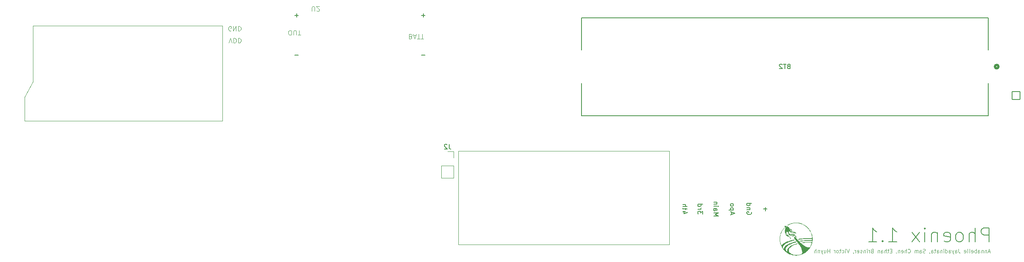
<source format=gbo>
G04 #@! TF.GenerationSoftware,KiCad,Pcbnew,7.0.9*
G04 #@! TF.CreationDate,2024-04-15T23:38:29-07:00*
G04 #@! TF.ProjectId,AVcarrierBoard,41566361-7272-4696-9572-426f6172642e,rev?*
G04 #@! TF.SameCoordinates,Original*
G04 #@! TF.FileFunction,Legend,Bot*
G04 #@! TF.FilePolarity,Positive*
%FSLAX46Y46*%
G04 Gerber Fmt 4.6, Leading zero omitted, Abs format (unit mm)*
G04 Created by KiCad (PCBNEW 7.0.9) date 2024-04-15 23:38:29*
%MOMM*%
%LPD*%
G01*
G04 APERTURE LIST*
G04 Aperture macros list*
%AMRoundRect*
0 Rectangle with rounded corners*
0 $1 Rounding radius*
0 $2 $3 $4 $5 $6 $7 $8 $9 X,Y pos of 4 corners*
0 Add a 4 corners polygon primitive as box body*
4,1,4,$2,$3,$4,$5,$6,$7,$8,$9,$2,$3,0*
0 Add four circle primitives for the rounded corners*
1,1,$1+$1,$2,$3*
1,1,$1+$1,$4,$5*
1,1,$1+$1,$6,$7*
1,1,$1+$1,$8,$9*
0 Add four rect primitives between the rounded corners*
20,1,$1+$1,$2,$3,$4,$5,0*
20,1,$1+$1,$4,$5,$6,$7,0*
20,1,$1+$1,$6,$7,$8,$9,0*
20,1,$1+$1,$8,$9,$2,$3,0*%
G04 Aperture macros list end*
%ADD10C,0.150000*%
%ADD11C,0.125000*%
%ADD12C,0.100000*%
%ADD13C,0.120000*%
%ADD14C,0.152400*%
%ADD15C,0.508000*%
%ADD16C,3.200000*%
%ADD17R,1.700000X1.700000*%
%ADD18O,1.700000X1.700000*%
%ADD19RoundRect,0.102000X-0.825000X0.825000X-0.825000X-0.825000X0.825000X-0.825000X0.825000X0.825000X0*%
%ADD20C,1.854000*%
%ADD21R,2.032000X2.032000*%
%ADD22C,2.032000*%
%ADD23C,2.999999*%
%ADD24R,2.800000X2.800000*%
%ADD25C,2.800000*%
%ADD26C,3.450000*%
%ADD27C,2.390000*%
%ADD28C,6.560820*%
%ADD29C,3.654400*%
%ADD30C,2.387600*%
%ADD31R,7.467600X6.477000*%
%ADD32C,5.842000*%
%ADD33C,6.000000*%
G04 APERTURE END LIST*
D10*
X264921830Y-119411457D02*
X264921830Y-116411457D01*
X264921830Y-116411457D02*
X263778973Y-116411457D01*
X263778973Y-116411457D02*
X263493258Y-116554314D01*
X263493258Y-116554314D02*
X263350401Y-116697171D01*
X263350401Y-116697171D02*
X263207544Y-116982885D01*
X263207544Y-116982885D02*
X263207544Y-117411457D01*
X263207544Y-117411457D02*
X263350401Y-117697171D01*
X263350401Y-117697171D02*
X263493258Y-117840028D01*
X263493258Y-117840028D02*
X263778973Y-117982885D01*
X263778973Y-117982885D02*
X264921830Y-117982885D01*
X261921830Y-119411457D02*
X261921830Y-116411457D01*
X260636116Y-119411457D02*
X260636116Y-117840028D01*
X260636116Y-117840028D02*
X260778973Y-117554314D01*
X260778973Y-117554314D02*
X261064687Y-117411457D01*
X261064687Y-117411457D02*
X261493258Y-117411457D01*
X261493258Y-117411457D02*
X261778973Y-117554314D01*
X261778973Y-117554314D02*
X261921830Y-117697171D01*
X258778972Y-119411457D02*
X259064687Y-119268600D01*
X259064687Y-119268600D02*
X259207544Y-119125742D01*
X259207544Y-119125742D02*
X259350401Y-118840028D01*
X259350401Y-118840028D02*
X259350401Y-117982885D01*
X259350401Y-117982885D02*
X259207544Y-117697171D01*
X259207544Y-117697171D02*
X259064687Y-117554314D01*
X259064687Y-117554314D02*
X258778972Y-117411457D01*
X258778972Y-117411457D02*
X258350401Y-117411457D01*
X258350401Y-117411457D02*
X258064687Y-117554314D01*
X258064687Y-117554314D02*
X257921830Y-117697171D01*
X257921830Y-117697171D02*
X257778972Y-117982885D01*
X257778972Y-117982885D02*
X257778972Y-118840028D01*
X257778972Y-118840028D02*
X257921830Y-119125742D01*
X257921830Y-119125742D02*
X258064687Y-119268600D01*
X258064687Y-119268600D02*
X258350401Y-119411457D01*
X258350401Y-119411457D02*
X258778972Y-119411457D01*
X255350401Y-119268600D02*
X255636115Y-119411457D01*
X255636115Y-119411457D02*
X256207544Y-119411457D01*
X256207544Y-119411457D02*
X256493258Y-119268600D01*
X256493258Y-119268600D02*
X256636115Y-118982885D01*
X256636115Y-118982885D02*
X256636115Y-117840028D01*
X256636115Y-117840028D02*
X256493258Y-117554314D01*
X256493258Y-117554314D02*
X256207544Y-117411457D01*
X256207544Y-117411457D02*
X255636115Y-117411457D01*
X255636115Y-117411457D02*
X255350401Y-117554314D01*
X255350401Y-117554314D02*
X255207544Y-117840028D01*
X255207544Y-117840028D02*
X255207544Y-118125742D01*
X255207544Y-118125742D02*
X256636115Y-118411457D01*
X253921829Y-117411457D02*
X253921829Y-119411457D01*
X253921829Y-117697171D02*
X253778972Y-117554314D01*
X253778972Y-117554314D02*
X253493257Y-117411457D01*
X253493257Y-117411457D02*
X253064686Y-117411457D01*
X253064686Y-117411457D02*
X252778972Y-117554314D01*
X252778972Y-117554314D02*
X252636115Y-117840028D01*
X252636115Y-117840028D02*
X252636115Y-119411457D01*
X251207543Y-119411457D02*
X251207543Y-117411457D01*
X251207543Y-116411457D02*
X251350400Y-116554314D01*
X251350400Y-116554314D02*
X251207543Y-116697171D01*
X251207543Y-116697171D02*
X251064686Y-116554314D01*
X251064686Y-116554314D02*
X251207543Y-116411457D01*
X251207543Y-116411457D02*
X251207543Y-116697171D01*
X250064686Y-119411457D02*
X248493258Y-117411457D01*
X250064686Y-117411457D02*
X248493258Y-119411457D01*
X243493258Y-119411457D02*
X245207544Y-119411457D01*
X244350401Y-119411457D02*
X244350401Y-116411457D01*
X244350401Y-116411457D02*
X244636115Y-116840028D01*
X244636115Y-116840028D02*
X244921830Y-117125742D01*
X244921830Y-117125742D02*
X245207544Y-117268600D01*
X242207544Y-119125742D02*
X242064687Y-119268600D01*
X242064687Y-119268600D02*
X242207544Y-119411457D01*
X242207544Y-119411457D02*
X242350401Y-119268600D01*
X242350401Y-119268600D02*
X242207544Y-119125742D01*
X242207544Y-119125742D02*
X242207544Y-119411457D01*
X239207544Y-119411457D02*
X240921830Y-119411457D01*
X240064687Y-119411457D02*
X240064687Y-116411457D01*
X240064687Y-116411457D02*
X240350401Y-116840028D01*
X240350401Y-116840028D02*
X240636116Y-117125742D01*
X240636116Y-117125742D02*
X240921830Y-117268600D01*
D11*
X265042983Y-121536223D02*
X264662030Y-121536223D01*
X265119173Y-121764795D02*
X264852506Y-120964795D01*
X264852506Y-120964795D02*
X264585840Y-121764795D01*
X264319173Y-121231461D02*
X264319173Y-121764795D01*
X264319173Y-121307652D02*
X264281078Y-121269557D01*
X264281078Y-121269557D02*
X264204888Y-121231461D01*
X264204888Y-121231461D02*
X264090602Y-121231461D01*
X264090602Y-121231461D02*
X264014411Y-121269557D01*
X264014411Y-121269557D02*
X263976316Y-121345747D01*
X263976316Y-121345747D02*
X263976316Y-121764795D01*
X263595363Y-121231461D02*
X263595363Y-121764795D01*
X263595363Y-121307652D02*
X263557268Y-121269557D01*
X263557268Y-121269557D02*
X263481078Y-121231461D01*
X263481078Y-121231461D02*
X263366792Y-121231461D01*
X263366792Y-121231461D02*
X263290601Y-121269557D01*
X263290601Y-121269557D02*
X263252506Y-121345747D01*
X263252506Y-121345747D02*
X263252506Y-121764795D01*
X262528696Y-121764795D02*
X262528696Y-121345747D01*
X262528696Y-121345747D02*
X262566791Y-121269557D01*
X262566791Y-121269557D02*
X262642982Y-121231461D01*
X262642982Y-121231461D02*
X262795363Y-121231461D01*
X262795363Y-121231461D02*
X262871553Y-121269557D01*
X262528696Y-121726700D02*
X262604887Y-121764795D01*
X262604887Y-121764795D02*
X262795363Y-121764795D01*
X262795363Y-121764795D02*
X262871553Y-121726700D01*
X262871553Y-121726700D02*
X262909649Y-121650509D01*
X262909649Y-121650509D02*
X262909649Y-121574319D01*
X262909649Y-121574319D02*
X262871553Y-121498128D01*
X262871553Y-121498128D02*
X262795363Y-121460033D01*
X262795363Y-121460033D02*
X262604887Y-121460033D01*
X262604887Y-121460033D02*
X262528696Y-121421938D01*
X262147743Y-121764795D02*
X262147743Y-120964795D01*
X262147743Y-121269557D02*
X262071553Y-121231461D01*
X262071553Y-121231461D02*
X261919172Y-121231461D01*
X261919172Y-121231461D02*
X261842981Y-121269557D01*
X261842981Y-121269557D02*
X261804886Y-121307652D01*
X261804886Y-121307652D02*
X261766791Y-121383842D01*
X261766791Y-121383842D02*
X261766791Y-121612414D01*
X261766791Y-121612414D02*
X261804886Y-121688604D01*
X261804886Y-121688604D02*
X261842981Y-121726700D01*
X261842981Y-121726700D02*
X261919172Y-121764795D01*
X261919172Y-121764795D02*
X262071553Y-121764795D01*
X262071553Y-121764795D02*
X262147743Y-121726700D01*
X261119171Y-121726700D02*
X261195362Y-121764795D01*
X261195362Y-121764795D02*
X261347743Y-121764795D01*
X261347743Y-121764795D02*
X261423933Y-121726700D01*
X261423933Y-121726700D02*
X261462029Y-121650509D01*
X261462029Y-121650509D02*
X261462029Y-121345747D01*
X261462029Y-121345747D02*
X261423933Y-121269557D01*
X261423933Y-121269557D02*
X261347743Y-121231461D01*
X261347743Y-121231461D02*
X261195362Y-121231461D01*
X261195362Y-121231461D02*
X261119171Y-121269557D01*
X261119171Y-121269557D02*
X261081076Y-121345747D01*
X261081076Y-121345747D02*
X261081076Y-121421938D01*
X261081076Y-121421938D02*
X261462029Y-121498128D01*
X260623934Y-121764795D02*
X260700124Y-121726700D01*
X260700124Y-121726700D02*
X260738219Y-121650509D01*
X260738219Y-121650509D02*
X260738219Y-120964795D01*
X260204886Y-121764795D02*
X260281076Y-121726700D01*
X260281076Y-121726700D02*
X260319171Y-121650509D01*
X260319171Y-121650509D02*
X260319171Y-120964795D01*
X259595361Y-121726700D02*
X259671552Y-121764795D01*
X259671552Y-121764795D02*
X259823933Y-121764795D01*
X259823933Y-121764795D02*
X259900123Y-121726700D01*
X259900123Y-121726700D02*
X259938219Y-121650509D01*
X259938219Y-121650509D02*
X259938219Y-121345747D01*
X259938219Y-121345747D02*
X259900123Y-121269557D01*
X259900123Y-121269557D02*
X259823933Y-121231461D01*
X259823933Y-121231461D02*
X259671552Y-121231461D01*
X259671552Y-121231461D02*
X259595361Y-121269557D01*
X259595361Y-121269557D02*
X259557266Y-121345747D01*
X259557266Y-121345747D02*
X259557266Y-121421938D01*
X259557266Y-121421938D02*
X259938219Y-121498128D01*
X258376314Y-120964795D02*
X258376314Y-121536223D01*
X258376314Y-121536223D02*
X258414409Y-121650509D01*
X258414409Y-121650509D02*
X258490600Y-121726700D01*
X258490600Y-121726700D02*
X258604885Y-121764795D01*
X258604885Y-121764795D02*
X258681076Y-121764795D01*
X257652504Y-121764795D02*
X257652504Y-121345747D01*
X257652504Y-121345747D02*
X257690599Y-121269557D01*
X257690599Y-121269557D02*
X257766790Y-121231461D01*
X257766790Y-121231461D02*
X257919171Y-121231461D01*
X257919171Y-121231461D02*
X257995361Y-121269557D01*
X257652504Y-121726700D02*
X257728695Y-121764795D01*
X257728695Y-121764795D02*
X257919171Y-121764795D01*
X257919171Y-121764795D02*
X257995361Y-121726700D01*
X257995361Y-121726700D02*
X258033457Y-121650509D01*
X258033457Y-121650509D02*
X258033457Y-121574319D01*
X258033457Y-121574319D02*
X257995361Y-121498128D01*
X257995361Y-121498128D02*
X257919171Y-121460033D01*
X257919171Y-121460033D02*
X257728695Y-121460033D01*
X257728695Y-121460033D02*
X257652504Y-121421938D01*
X257347742Y-121231461D02*
X257157266Y-121764795D01*
X256966789Y-121231461D02*
X257157266Y-121764795D01*
X257157266Y-121764795D02*
X257233456Y-121955271D01*
X257233456Y-121955271D02*
X257271551Y-121993366D01*
X257271551Y-121993366D02*
X257347742Y-122031461D01*
X256319170Y-121764795D02*
X256319170Y-121345747D01*
X256319170Y-121345747D02*
X256357265Y-121269557D01*
X256357265Y-121269557D02*
X256433456Y-121231461D01*
X256433456Y-121231461D02*
X256585837Y-121231461D01*
X256585837Y-121231461D02*
X256662027Y-121269557D01*
X256319170Y-121726700D02*
X256395361Y-121764795D01*
X256395361Y-121764795D02*
X256585837Y-121764795D01*
X256585837Y-121764795D02*
X256662027Y-121726700D01*
X256662027Y-121726700D02*
X256700123Y-121650509D01*
X256700123Y-121650509D02*
X256700123Y-121574319D01*
X256700123Y-121574319D02*
X256662027Y-121498128D01*
X256662027Y-121498128D02*
X256585837Y-121460033D01*
X256585837Y-121460033D02*
X256395361Y-121460033D01*
X256395361Y-121460033D02*
X256319170Y-121421938D01*
X255595360Y-121764795D02*
X255595360Y-120964795D01*
X255595360Y-121726700D02*
X255671551Y-121764795D01*
X255671551Y-121764795D02*
X255823932Y-121764795D01*
X255823932Y-121764795D02*
X255900122Y-121726700D01*
X255900122Y-121726700D02*
X255938217Y-121688604D01*
X255938217Y-121688604D02*
X255976313Y-121612414D01*
X255976313Y-121612414D02*
X255976313Y-121383842D01*
X255976313Y-121383842D02*
X255938217Y-121307652D01*
X255938217Y-121307652D02*
X255900122Y-121269557D01*
X255900122Y-121269557D02*
X255823932Y-121231461D01*
X255823932Y-121231461D02*
X255671551Y-121231461D01*
X255671551Y-121231461D02*
X255595360Y-121269557D01*
X255214407Y-121764795D02*
X255214407Y-121231461D01*
X255214407Y-120964795D02*
X255252503Y-121002890D01*
X255252503Y-121002890D02*
X255214407Y-121040985D01*
X255214407Y-121040985D02*
X255176312Y-121002890D01*
X255176312Y-121002890D02*
X255214407Y-120964795D01*
X255214407Y-120964795D02*
X255214407Y-121040985D01*
X254833455Y-121231461D02*
X254833455Y-121764795D01*
X254833455Y-121307652D02*
X254795360Y-121269557D01*
X254795360Y-121269557D02*
X254719170Y-121231461D01*
X254719170Y-121231461D02*
X254604884Y-121231461D01*
X254604884Y-121231461D02*
X254528693Y-121269557D01*
X254528693Y-121269557D02*
X254490598Y-121345747D01*
X254490598Y-121345747D02*
X254490598Y-121764795D01*
X253766788Y-121764795D02*
X253766788Y-121345747D01*
X253766788Y-121345747D02*
X253804883Y-121269557D01*
X253804883Y-121269557D02*
X253881074Y-121231461D01*
X253881074Y-121231461D02*
X254033455Y-121231461D01*
X254033455Y-121231461D02*
X254109645Y-121269557D01*
X253766788Y-121726700D02*
X253842979Y-121764795D01*
X253842979Y-121764795D02*
X254033455Y-121764795D01*
X254033455Y-121764795D02*
X254109645Y-121726700D01*
X254109645Y-121726700D02*
X254147741Y-121650509D01*
X254147741Y-121650509D02*
X254147741Y-121574319D01*
X254147741Y-121574319D02*
X254109645Y-121498128D01*
X254109645Y-121498128D02*
X254033455Y-121460033D01*
X254033455Y-121460033D02*
X253842979Y-121460033D01*
X253842979Y-121460033D02*
X253766788Y-121421938D01*
X253500121Y-121231461D02*
X253195359Y-121231461D01*
X253385835Y-120964795D02*
X253385835Y-121650509D01*
X253385835Y-121650509D02*
X253347740Y-121726700D01*
X253347740Y-121726700D02*
X253271550Y-121764795D01*
X253271550Y-121764795D02*
X253195359Y-121764795D01*
X252585835Y-121764795D02*
X252585835Y-121345747D01*
X252585835Y-121345747D02*
X252623930Y-121269557D01*
X252623930Y-121269557D02*
X252700121Y-121231461D01*
X252700121Y-121231461D02*
X252852502Y-121231461D01*
X252852502Y-121231461D02*
X252928692Y-121269557D01*
X252585835Y-121726700D02*
X252662026Y-121764795D01*
X252662026Y-121764795D02*
X252852502Y-121764795D01*
X252852502Y-121764795D02*
X252928692Y-121726700D01*
X252928692Y-121726700D02*
X252966788Y-121650509D01*
X252966788Y-121650509D02*
X252966788Y-121574319D01*
X252966788Y-121574319D02*
X252928692Y-121498128D01*
X252928692Y-121498128D02*
X252852502Y-121460033D01*
X252852502Y-121460033D02*
X252662026Y-121460033D01*
X252662026Y-121460033D02*
X252585835Y-121421938D01*
X252166787Y-121726700D02*
X252166787Y-121764795D01*
X252166787Y-121764795D02*
X252204882Y-121840985D01*
X252204882Y-121840985D02*
X252242978Y-121879080D01*
X251252502Y-121726700D02*
X251138216Y-121764795D01*
X251138216Y-121764795D02*
X250947740Y-121764795D01*
X250947740Y-121764795D02*
X250871549Y-121726700D01*
X250871549Y-121726700D02*
X250833454Y-121688604D01*
X250833454Y-121688604D02*
X250795359Y-121612414D01*
X250795359Y-121612414D02*
X250795359Y-121536223D01*
X250795359Y-121536223D02*
X250833454Y-121460033D01*
X250833454Y-121460033D02*
X250871549Y-121421938D01*
X250871549Y-121421938D02*
X250947740Y-121383842D01*
X250947740Y-121383842D02*
X251100121Y-121345747D01*
X251100121Y-121345747D02*
X251176311Y-121307652D01*
X251176311Y-121307652D02*
X251214406Y-121269557D01*
X251214406Y-121269557D02*
X251252502Y-121193366D01*
X251252502Y-121193366D02*
X251252502Y-121117176D01*
X251252502Y-121117176D02*
X251214406Y-121040985D01*
X251214406Y-121040985D02*
X251176311Y-121002890D01*
X251176311Y-121002890D02*
X251100121Y-120964795D01*
X251100121Y-120964795D02*
X250909644Y-120964795D01*
X250909644Y-120964795D02*
X250795359Y-121002890D01*
X250109644Y-121764795D02*
X250109644Y-121345747D01*
X250109644Y-121345747D02*
X250147739Y-121269557D01*
X250147739Y-121269557D02*
X250223930Y-121231461D01*
X250223930Y-121231461D02*
X250376311Y-121231461D01*
X250376311Y-121231461D02*
X250452501Y-121269557D01*
X250109644Y-121726700D02*
X250185835Y-121764795D01*
X250185835Y-121764795D02*
X250376311Y-121764795D01*
X250376311Y-121764795D02*
X250452501Y-121726700D01*
X250452501Y-121726700D02*
X250490597Y-121650509D01*
X250490597Y-121650509D02*
X250490597Y-121574319D01*
X250490597Y-121574319D02*
X250452501Y-121498128D01*
X250452501Y-121498128D02*
X250376311Y-121460033D01*
X250376311Y-121460033D02*
X250185835Y-121460033D01*
X250185835Y-121460033D02*
X250109644Y-121421938D01*
X249728691Y-121764795D02*
X249728691Y-121231461D01*
X249728691Y-121307652D02*
X249690596Y-121269557D01*
X249690596Y-121269557D02*
X249614406Y-121231461D01*
X249614406Y-121231461D02*
X249500120Y-121231461D01*
X249500120Y-121231461D02*
X249423929Y-121269557D01*
X249423929Y-121269557D02*
X249385834Y-121345747D01*
X249385834Y-121345747D02*
X249385834Y-121764795D01*
X249385834Y-121345747D02*
X249347739Y-121269557D01*
X249347739Y-121269557D02*
X249271548Y-121231461D01*
X249271548Y-121231461D02*
X249157263Y-121231461D01*
X249157263Y-121231461D02*
X249081072Y-121269557D01*
X249081072Y-121269557D02*
X249042977Y-121345747D01*
X249042977Y-121345747D02*
X249042977Y-121764795D01*
X247595357Y-121688604D02*
X247633453Y-121726700D01*
X247633453Y-121726700D02*
X247747738Y-121764795D01*
X247747738Y-121764795D02*
X247823929Y-121764795D01*
X247823929Y-121764795D02*
X247938215Y-121726700D01*
X247938215Y-121726700D02*
X248014405Y-121650509D01*
X248014405Y-121650509D02*
X248052500Y-121574319D01*
X248052500Y-121574319D02*
X248090596Y-121421938D01*
X248090596Y-121421938D02*
X248090596Y-121307652D01*
X248090596Y-121307652D02*
X248052500Y-121155271D01*
X248052500Y-121155271D02*
X248014405Y-121079080D01*
X248014405Y-121079080D02*
X247938215Y-121002890D01*
X247938215Y-121002890D02*
X247823929Y-120964795D01*
X247823929Y-120964795D02*
X247747738Y-120964795D01*
X247747738Y-120964795D02*
X247633453Y-121002890D01*
X247633453Y-121002890D02*
X247595357Y-121040985D01*
X247252500Y-121764795D02*
X247252500Y-120964795D01*
X246909643Y-121764795D02*
X246909643Y-121345747D01*
X246909643Y-121345747D02*
X246947738Y-121269557D01*
X246947738Y-121269557D02*
X247023929Y-121231461D01*
X247023929Y-121231461D02*
X247138215Y-121231461D01*
X247138215Y-121231461D02*
X247214405Y-121269557D01*
X247214405Y-121269557D02*
X247252500Y-121307652D01*
X246223928Y-121726700D02*
X246300119Y-121764795D01*
X246300119Y-121764795D02*
X246452500Y-121764795D01*
X246452500Y-121764795D02*
X246528690Y-121726700D01*
X246528690Y-121726700D02*
X246566786Y-121650509D01*
X246566786Y-121650509D02*
X246566786Y-121345747D01*
X246566786Y-121345747D02*
X246528690Y-121269557D01*
X246528690Y-121269557D02*
X246452500Y-121231461D01*
X246452500Y-121231461D02*
X246300119Y-121231461D01*
X246300119Y-121231461D02*
X246223928Y-121269557D01*
X246223928Y-121269557D02*
X246185833Y-121345747D01*
X246185833Y-121345747D02*
X246185833Y-121421938D01*
X246185833Y-121421938D02*
X246566786Y-121498128D01*
X245842976Y-121231461D02*
X245842976Y-121764795D01*
X245842976Y-121307652D02*
X245804881Y-121269557D01*
X245804881Y-121269557D02*
X245728691Y-121231461D01*
X245728691Y-121231461D02*
X245614405Y-121231461D01*
X245614405Y-121231461D02*
X245538214Y-121269557D01*
X245538214Y-121269557D02*
X245500119Y-121345747D01*
X245500119Y-121345747D02*
X245500119Y-121764795D01*
X245081071Y-121726700D02*
X245081071Y-121764795D01*
X245081071Y-121764795D02*
X245119166Y-121840985D01*
X245119166Y-121840985D02*
X245157262Y-121879080D01*
X244128690Y-121345747D02*
X243862024Y-121345747D01*
X243747738Y-121764795D02*
X244128690Y-121764795D01*
X244128690Y-121764795D02*
X244128690Y-120964795D01*
X244128690Y-120964795D02*
X243747738Y-120964795D01*
X243519166Y-121231461D02*
X243214404Y-121231461D01*
X243404880Y-120964795D02*
X243404880Y-121650509D01*
X243404880Y-121650509D02*
X243366785Y-121726700D01*
X243366785Y-121726700D02*
X243290595Y-121764795D01*
X243290595Y-121764795D02*
X243214404Y-121764795D01*
X242947737Y-121764795D02*
X242947737Y-120964795D01*
X242604880Y-121764795D02*
X242604880Y-121345747D01*
X242604880Y-121345747D02*
X242642975Y-121269557D01*
X242642975Y-121269557D02*
X242719166Y-121231461D01*
X242719166Y-121231461D02*
X242833452Y-121231461D01*
X242833452Y-121231461D02*
X242909642Y-121269557D01*
X242909642Y-121269557D02*
X242947737Y-121307652D01*
X241881070Y-121764795D02*
X241881070Y-121345747D01*
X241881070Y-121345747D02*
X241919165Y-121269557D01*
X241919165Y-121269557D02*
X241995356Y-121231461D01*
X241995356Y-121231461D02*
X242147737Y-121231461D01*
X242147737Y-121231461D02*
X242223927Y-121269557D01*
X241881070Y-121726700D02*
X241957261Y-121764795D01*
X241957261Y-121764795D02*
X242147737Y-121764795D01*
X242147737Y-121764795D02*
X242223927Y-121726700D01*
X242223927Y-121726700D02*
X242262023Y-121650509D01*
X242262023Y-121650509D02*
X242262023Y-121574319D01*
X242262023Y-121574319D02*
X242223927Y-121498128D01*
X242223927Y-121498128D02*
X242147737Y-121460033D01*
X242147737Y-121460033D02*
X241957261Y-121460033D01*
X241957261Y-121460033D02*
X241881070Y-121421938D01*
X241500117Y-121231461D02*
X241500117Y-121764795D01*
X241500117Y-121307652D02*
X241462022Y-121269557D01*
X241462022Y-121269557D02*
X241385832Y-121231461D01*
X241385832Y-121231461D02*
X241271546Y-121231461D01*
X241271546Y-121231461D02*
X241195355Y-121269557D01*
X241195355Y-121269557D02*
X241157260Y-121345747D01*
X241157260Y-121345747D02*
X241157260Y-121764795D01*
X239900117Y-121345747D02*
X239785831Y-121383842D01*
X239785831Y-121383842D02*
X239747736Y-121421938D01*
X239747736Y-121421938D02*
X239709640Y-121498128D01*
X239709640Y-121498128D02*
X239709640Y-121612414D01*
X239709640Y-121612414D02*
X239747736Y-121688604D01*
X239747736Y-121688604D02*
X239785831Y-121726700D01*
X239785831Y-121726700D02*
X239862021Y-121764795D01*
X239862021Y-121764795D02*
X240166783Y-121764795D01*
X240166783Y-121764795D02*
X240166783Y-120964795D01*
X240166783Y-120964795D02*
X239900117Y-120964795D01*
X239900117Y-120964795D02*
X239823926Y-121002890D01*
X239823926Y-121002890D02*
X239785831Y-121040985D01*
X239785831Y-121040985D02*
X239747736Y-121117176D01*
X239747736Y-121117176D02*
X239747736Y-121193366D01*
X239747736Y-121193366D02*
X239785831Y-121269557D01*
X239785831Y-121269557D02*
X239823926Y-121307652D01*
X239823926Y-121307652D02*
X239900117Y-121345747D01*
X239900117Y-121345747D02*
X240166783Y-121345747D01*
X239366783Y-121764795D02*
X239366783Y-121231461D01*
X239366783Y-121383842D02*
X239328688Y-121307652D01*
X239328688Y-121307652D02*
X239290593Y-121269557D01*
X239290593Y-121269557D02*
X239214402Y-121231461D01*
X239214402Y-121231461D02*
X239138212Y-121231461D01*
X238871545Y-121764795D02*
X238871545Y-121231461D01*
X238871545Y-120964795D02*
X238909641Y-121002890D01*
X238909641Y-121002890D02*
X238871545Y-121040985D01*
X238871545Y-121040985D02*
X238833450Y-121002890D01*
X238833450Y-121002890D02*
X238871545Y-120964795D01*
X238871545Y-120964795D02*
X238871545Y-121040985D01*
X238490593Y-121231461D02*
X238490593Y-121764795D01*
X238490593Y-121307652D02*
X238452498Y-121269557D01*
X238452498Y-121269557D02*
X238376308Y-121231461D01*
X238376308Y-121231461D02*
X238262022Y-121231461D01*
X238262022Y-121231461D02*
X238185831Y-121269557D01*
X238185831Y-121269557D02*
X238147736Y-121345747D01*
X238147736Y-121345747D02*
X238147736Y-121764795D01*
X237804879Y-121726700D02*
X237728688Y-121764795D01*
X237728688Y-121764795D02*
X237576307Y-121764795D01*
X237576307Y-121764795D02*
X237500117Y-121726700D01*
X237500117Y-121726700D02*
X237462021Y-121650509D01*
X237462021Y-121650509D02*
X237462021Y-121612414D01*
X237462021Y-121612414D02*
X237500117Y-121536223D01*
X237500117Y-121536223D02*
X237576307Y-121498128D01*
X237576307Y-121498128D02*
X237690593Y-121498128D01*
X237690593Y-121498128D02*
X237766783Y-121460033D01*
X237766783Y-121460033D02*
X237804879Y-121383842D01*
X237804879Y-121383842D02*
X237804879Y-121345747D01*
X237804879Y-121345747D02*
X237766783Y-121269557D01*
X237766783Y-121269557D02*
X237690593Y-121231461D01*
X237690593Y-121231461D02*
X237576307Y-121231461D01*
X237576307Y-121231461D02*
X237500117Y-121269557D01*
X236814402Y-121726700D02*
X236890593Y-121764795D01*
X236890593Y-121764795D02*
X237042974Y-121764795D01*
X237042974Y-121764795D02*
X237119164Y-121726700D01*
X237119164Y-121726700D02*
X237157260Y-121650509D01*
X237157260Y-121650509D02*
X237157260Y-121345747D01*
X237157260Y-121345747D02*
X237119164Y-121269557D01*
X237119164Y-121269557D02*
X237042974Y-121231461D01*
X237042974Y-121231461D02*
X236890593Y-121231461D01*
X236890593Y-121231461D02*
X236814402Y-121269557D01*
X236814402Y-121269557D02*
X236776307Y-121345747D01*
X236776307Y-121345747D02*
X236776307Y-121421938D01*
X236776307Y-121421938D02*
X237157260Y-121498128D01*
X236433450Y-121764795D02*
X236433450Y-121231461D01*
X236433450Y-121383842D02*
X236395355Y-121307652D01*
X236395355Y-121307652D02*
X236357260Y-121269557D01*
X236357260Y-121269557D02*
X236281069Y-121231461D01*
X236281069Y-121231461D02*
X236204879Y-121231461D01*
X235900117Y-121726700D02*
X235900117Y-121764795D01*
X235900117Y-121764795D02*
X235938212Y-121840985D01*
X235938212Y-121840985D02*
X235976308Y-121879080D01*
X235062022Y-120964795D02*
X234795355Y-121764795D01*
X234795355Y-121764795D02*
X234528689Y-120964795D01*
X234262022Y-121764795D02*
X234262022Y-121231461D01*
X234262022Y-120964795D02*
X234300118Y-121002890D01*
X234300118Y-121002890D02*
X234262022Y-121040985D01*
X234262022Y-121040985D02*
X234223927Y-121002890D01*
X234223927Y-121002890D02*
X234262022Y-120964795D01*
X234262022Y-120964795D02*
X234262022Y-121040985D01*
X233538213Y-121726700D02*
X233614404Y-121764795D01*
X233614404Y-121764795D02*
X233766785Y-121764795D01*
X233766785Y-121764795D02*
X233842975Y-121726700D01*
X233842975Y-121726700D02*
X233881070Y-121688604D01*
X233881070Y-121688604D02*
X233919166Y-121612414D01*
X233919166Y-121612414D02*
X233919166Y-121383842D01*
X233919166Y-121383842D02*
X233881070Y-121307652D01*
X233881070Y-121307652D02*
X233842975Y-121269557D01*
X233842975Y-121269557D02*
X233766785Y-121231461D01*
X233766785Y-121231461D02*
X233614404Y-121231461D01*
X233614404Y-121231461D02*
X233538213Y-121269557D01*
X233309642Y-121231461D02*
X233004880Y-121231461D01*
X233195356Y-120964795D02*
X233195356Y-121650509D01*
X233195356Y-121650509D02*
X233157261Y-121726700D01*
X233157261Y-121726700D02*
X233081071Y-121764795D01*
X233081071Y-121764795D02*
X233004880Y-121764795D01*
X232623928Y-121764795D02*
X232700118Y-121726700D01*
X232700118Y-121726700D02*
X232738213Y-121688604D01*
X232738213Y-121688604D02*
X232776309Y-121612414D01*
X232776309Y-121612414D02*
X232776309Y-121383842D01*
X232776309Y-121383842D02*
X232738213Y-121307652D01*
X232738213Y-121307652D02*
X232700118Y-121269557D01*
X232700118Y-121269557D02*
X232623928Y-121231461D01*
X232623928Y-121231461D02*
X232509642Y-121231461D01*
X232509642Y-121231461D02*
X232433451Y-121269557D01*
X232433451Y-121269557D02*
X232395356Y-121307652D01*
X232395356Y-121307652D02*
X232357261Y-121383842D01*
X232357261Y-121383842D02*
X232357261Y-121612414D01*
X232357261Y-121612414D02*
X232395356Y-121688604D01*
X232395356Y-121688604D02*
X232433451Y-121726700D01*
X232433451Y-121726700D02*
X232509642Y-121764795D01*
X232509642Y-121764795D02*
X232623928Y-121764795D01*
X232014403Y-121764795D02*
X232014403Y-121231461D01*
X232014403Y-121383842D02*
X231976308Y-121307652D01*
X231976308Y-121307652D02*
X231938213Y-121269557D01*
X231938213Y-121269557D02*
X231862022Y-121231461D01*
X231862022Y-121231461D02*
X231785832Y-121231461D01*
X230909641Y-121764795D02*
X230909641Y-120964795D01*
X230909641Y-121345747D02*
X230452498Y-121345747D01*
X230452498Y-121764795D02*
X230452498Y-120964795D01*
X229728689Y-121231461D02*
X229728689Y-121764795D01*
X230071546Y-121231461D02*
X230071546Y-121650509D01*
X230071546Y-121650509D02*
X230033451Y-121726700D01*
X230033451Y-121726700D02*
X229957261Y-121764795D01*
X229957261Y-121764795D02*
X229842975Y-121764795D01*
X229842975Y-121764795D02*
X229766784Y-121726700D01*
X229766784Y-121726700D02*
X229728689Y-121688604D01*
X229423927Y-121231461D02*
X229233451Y-121764795D01*
X229042974Y-121231461D02*
X229233451Y-121764795D01*
X229233451Y-121764795D02*
X229309641Y-121955271D01*
X229309641Y-121955271D02*
X229347736Y-121993366D01*
X229347736Y-121993366D02*
X229423927Y-122031461D01*
X228738212Y-121231461D02*
X228738212Y-121764795D01*
X228738212Y-121307652D02*
X228700117Y-121269557D01*
X228700117Y-121269557D02*
X228623927Y-121231461D01*
X228623927Y-121231461D02*
X228509641Y-121231461D01*
X228509641Y-121231461D02*
X228433450Y-121269557D01*
X228433450Y-121269557D02*
X228395355Y-121345747D01*
X228395355Y-121345747D02*
X228395355Y-121764795D01*
X228014402Y-121764795D02*
X228014402Y-120964795D01*
X227671545Y-121764795D02*
X227671545Y-121345747D01*
X227671545Y-121345747D02*
X227709640Y-121269557D01*
X227709640Y-121269557D02*
X227785831Y-121231461D01*
X227785831Y-121231461D02*
X227900117Y-121231461D01*
X227900117Y-121231461D02*
X227976307Y-121269557D01*
X227976307Y-121269557D02*
X228014402Y-121307652D01*
D10*
X217191133Y-112775951D02*
X217191133Y-112014047D01*
X216810180Y-112394999D02*
X217572085Y-112394999D01*
X214222561Y-113037857D02*
X214270180Y-113133095D01*
X214270180Y-113133095D02*
X214270180Y-113275952D01*
X214270180Y-113275952D02*
X214222561Y-113418809D01*
X214222561Y-113418809D02*
X214127323Y-113514047D01*
X214127323Y-113514047D02*
X214032085Y-113561666D01*
X214032085Y-113561666D02*
X213841609Y-113609285D01*
X213841609Y-113609285D02*
X213698752Y-113609285D01*
X213698752Y-113609285D02*
X213508276Y-113561666D01*
X213508276Y-113561666D02*
X213413038Y-113514047D01*
X213413038Y-113514047D02*
X213317800Y-113418809D01*
X213317800Y-113418809D02*
X213270180Y-113275952D01*
X213270180Y-113275952D02*
X213270180Y-113180714D01*
X213270180Y-113180714D02*
X213317800Y-113037857D01*
X213317800Y-113037857D02*
X213365419Y-112990238D01*
X213365419Y-112990238D02*
X213698752Y-112990238D01*
X213698752Y-112990238D02*
X213698752Y-113180714D01*
X213936847Y-112561666D02*
X213270180Y-112561666D01*
X213841609Y-112561666D02*
X213889228Y-112514047D01*
X213889228Y-112514047D02*
X213936847Y-112418809D01*
X213936847Y-112418809D02*
X213936847Y-112275952D01*
X213936847Y-112275952D02*
X213889228Y-112180714D01*
X213889228Y-112180714D02*
X213793990Y-112133095D01*
X213793990Y-112133095D02*
X213270180Y-112133095D01*
X213270180Y-111228333D02*
X214270180Y-111228333D01*
X213317800Y-111228333D02*
X213270180Y-111323571D01*
X213270180Y-111323571D02*
X213270180Y-111514047D01*
X213270180Y-111514047D02*
X213317800Y-111609285D01*
X213317800Y-111609285D02*
X213365419Y-111656904D01*
X213365419Y-111656904D02*
X213460657Y-111704523D01*
X213460657Y-111704523D02*
X213746371Y-111704523D01*
X213746371Y-111704523D02*
X213841609Y-111656904D01*
X213841609Y-111656904D02*
X213889228Y-111609285D01*
X213889228Y-111609285D02*
X213936847Y-111514047D01*
X213936847Y-111514047D02*
X213936847Y-111323571D01*
X213936847Y-111323571D02*
X213889228Y-111228333D01*
X206190180Y-113871189D02*
X207190180Y-113871189D01*
X207190180Y-113871189D02*
X206475895Y-113537856D01*
X206475895Y-113537856D02*
X207190180Y-113204523D01*
X207190180Y-113204523D02*
X206190180Y-113204523D01*
X206190180Y-112299761D02*
X206713990Y-112299761D01*
X206713990Y-112299761D02*
X206809228Y-112347380D01*
X206809228Y-112347380D02*
X206856847Y-112442618D01*
X206856847Y-112442618D02*
X206856847Y-112633094D01*
X206856847Y-112633094D02*
X206809228Y-112728332D01*
X206237800Y-112299761D02*
X206190180Y-112394999D01*
X206190180Y-112394999D02*
X206190180Y-112633094D01*
X206190180Y-112633094D02*
X206237800Y-112728332D01*
X206237800Y-112728332D02*
X206333038Y-112775951D01*
X206333038Y-112775951D02*
X206428276Y-112775951D01*
X206428276Y-112775951D02*
X206523514Y-112728332D01*
X206523514Y-112728332D02*
X206571133Y-112633094D01*
X206571133Y-112633094D02*
X206571133Y-112394999D01*
X206571133Y-112394999D02*
X206618752Y-112299761D01*
X206190180Y-111823570D02*
X206856847Y-111823570D01*
X207190180Y-111823570D02*
X207142561Y-111871189D01*
X207142561Y-111871189D02*
X207094942Y-111823570D01*
X207094942Y-111823570D02*
X207142561Y-111775951D01*
X207142561Y-111775951D02*
X207190180Y-111823570D01*
X207190180Y-111823570D02*
X207094942Y-111823570D01*
X206856847Y-111347380D02*
X206190180Y-111347380D01*
X206761609Y-111347380D02*
X206809228Y-111299761D01*
X206809228Y-111299761D02*
X206856847Y-111204523D01*
X206856847Y-111204523D02*
X206856847Y-111061666D01*
X206856847Y-111061666D02*
X206809228Y-110966428D01*
X206809228Y-110966428D02*
X206713990Y-110918809D01*
X206713990Y-110918809D02*
X206190180Y-110918809D01*
X200236847Y-112942619D02*
X199570180Y-112942619D01*
X200617800Y-113180714D02*
X199903514Y-113418809D01*
X199903514Y-113418809D02*
X199903514Y-112799762D01*
X200236847Y-112561666D02*
X200236847Y-112180714D01*
X200570180Y-112418809D02*
X199713038Y-112418809D01*
X199713038Y-112418809D02*
X199617800Y-112371190D01*
X199617800Y-112371190D02*
X199570180Y-112275952D01*
X199570180Y-112275952D02*
X199570180Y-112180714D01*
X199570180Y-111847380D02*
X200570180Y-111847380D01*
X199570180Y-111418809D02*
X200093990Y-111418809D01*
X200093990Y-111418809D02*
X200189228Y-111466428D01*
X200189228Y-111466428D02*
X200236847Y-111561666D01*
X200236847Y-111561666D02*
X200236847Y-111704523D01*
X200236847Y-111704523D02*
X200189228Y-111799761D01*
X200189228Y-111799761D02*
X200141609Y-111847380D01*
X210015895Y-113537856D02*
X210015895Y-113061666D01*
X209730180Y-113633094D02*
X210730180Y-113299761D01*
X210730180Y-113299761D02*
X209730180Y-112966428D01*
X210396847Y-112633094D02*
X209396847Y-112633094D01*
X210349228Y-112633094D02*
X210396847Y-112537856D01*
X210396847Y-112537856D02*
X210396847Y-112347380D01*
X210396847Y-112347380D02*
X210349228Y-112252142D01*
X210349228Y-112252142D02*
X210301609Y-112204523D01*
X210301609Y-112204523D02*
X210206371Y-112156904D01*
X210206371Y-112156904D02*
X209920657Y-112156904D01*
X209920657Y-112156904D02*
X209825419Y-112204523D01*
X209825419Y-112204523D02*
X209777800Y-112252142D01*
X209777800Y-112252142D02*
X209730180Y-112347380D01*
X209730180Y-112347380D02*
X209730180Y-112537856D01*
X209730180Y-112537856D02*
X209777800Y-112633094D01*
X209730180Y-111585475D02*
X209777800Y-111680713D01*
X209777800Y-111680713D02*
X209825419Y-111728332D01*
X209825419Y-111728332D02*
X209920657Y-111775951D01*
X209920657Y-111775951D02*
X210206371Y-111775951D01*
X210206371Y-111775951D02*
X210301609Y-111728332D01*
X210301609Y-111728332D02*
X210349228Y-111680713D01*
X210349228Y-111680713D02*
X210396847Y-111585475D01*
X210396847Y-111585475D02*
X210396847Y-111442618D01*
X210396847Y-111442618D02*
X210349228Y-111347380D01*
X210349228Y-111347380D02*
X210301609Y-111299761D01*
X210301609Y-111299761D02*
X210206371Y-111252142D01*
X210206371Y-111252142D02*
X209920657Y-111252142D01*
X209920657Y-111252142D02*
X209825419Y-111299761D01*
X209825419Y-111299761D02*
X209777800Y-111347380D01*
X209777800Y-111347380D02*
X209730180Y-111442618D01*
X209730180Y-111442618D02*
X209730180Y-111585475D01*
X203810180Y-113490237D02*
X203810180Y-112871190D01*
X203810180Y-112871190D02*
X203429228Y-113204523D01*
X203429228Y-113204523D02*
X203429228Y-113061666D01*
X203429228Y-113061666D02*
X203381609Y-112966428D01*
X203381609Y-112966428D02*
X203333990Y-112918809D01*
X203333990Y-112918809D02*
X203238752Y-112871190D01*
X203238752Y-112871190D02*
X203000657Y-112871190D01*
X203000657Y-112871190D02*
X202905419Y-112918809D01*
X202905419Y-112918809D02*
X202857800Y-112966428D01*
X202857800Y-112966428D02*
X202810180Y-113061666D01*
X202810180Y-113061666D02*
X202810180Y-113347380D01*
X202810180Y-113347380D02*
X202857800Y-113442618D01*
X202857800Y-113442618D02*
X202905419Y-113490237D01*
X202810180Y-112442618D02*
X203476847Y-112442618D01*
X203286371Y-112442618D02*
X203381609Y-112394999D01*
X203381609Y-112394999D02*
X203429228Y-112347380D01*
X203429228Y-112347380D02*
X203476847Y-112252142D01*
X203476847Y-112252142D02*
X203476847Y-112156904D01*
X202810180Y-111394999D02*
X203810180Y-111394999D01*
X202857800Y-111394999D02*
X202810180Y-111490237D01*
X202810180Y-111490237D02*
X202810180Y-111680713D01*
X202810180Y-111680713D02*
X202857800Y-111775951D01*
X202857800Y-111775951D02*
X202905419Y-111823570D01*
X202905419Y-111823570D02*
X203000657Y-111871189D01*
X203000657Y-111871189D02*
X203286371Y-111871189D01*
X203286371Y-111871189D02*
X203381609Y-111823570D01*
X203381609Y-111823570D02*
X203429228Y-111775951D01*
X203429228Y-111775951D02*
X203476847Y-111680713D01*
X203476847Y-111680713D02*
X203476847Y-111490237D01*
X203476847Y-111490237D02*
X203429228Y-111394999D01*
X222163214Y-81930009D02*
X222020357Y-81977628D01*
X222020357Y-81977628D02*
X221972738Y-82025247D01*
X221972738Y-82025247D02*
X221925119Y-82120485D01*
X221925119Y-82120485D02*
X221925119Y-82263342D01*
X221925119Y-82263342D02*
X221972738Y-82358580D01*
X221972738Y-82358580D02*
X222020357Y-82406200D01*
X222020357Y-82406200D02*
X222115595Y-82453819D01*
X222115595Y-82453819D02*
X222496547Y-82453819D01*
X222496547Y-82453819D02*
X222496547Y-81453819D01*
X222496547Y-81453819D02*
X222163214Y-81453819D01*
X222163214Y-81453819D02*
X222067976Y-81501438D01*
X222067976Y-81501438D02*
X222020357Y-81549057D01*
X222020357Y-81549057D02*
X221972738Y-81644295D01*
X221972738Y-81644295D02*
X221972738Y-81739533D01*
X221972738Y-81739533D02*
X222020357Y-81834771D01*
X222020357Y-81834771D02*
X222067976Y-81882390D01*
X222067976Y-81882390D02*
X222163214Y-81930009D01*
X222163214Y-81930009D02*
X222496547Y-81930009D01*
X221639404Y-81453819D02*
X221067976Y-81453819D01*
X221353690Y-82453819D02*
X221353690Y-81453819D01*
X220782261Y-81549057D02*
X220734642Y-81501438D01*
X220734642Y-81501438D02*
X220639404Y-81453819D01*
X220639404Y-81453819D02*
X220401309Y-81453819D01*
X220401309Y-81453819D02*
X220306071Y-81501438D01*
X220306071Y-81501438D02*
X220258452Y-81549057D01*
X220258452Y-81549057D02*
X220210833Y-81644295D01*
X220210833Y-81644295D02*
X220210833Y-81739533D01*
X220210833Y-81739533D02*
X220258452Y-81882390D01*
X220258452Y-81882390D02*
X220829880Y-82453819D01*
X220829880Y-82453819D02*
X220210833Y-82453819D01*
D12*
X102847235Y-76916570D02*
X103180568Y-75916570D01*
X103180568Y-75916570D02*
X103513901Y-76916570D01*
X103847235Y-75916570D02*
X103847235Y-76916570D01*
X103847235Y-76916570D02*
X104085330Y-76916570D01*
X104085330Y-76916570D02*
X104228187Y-76868951D01*
X104228187Y-76868951D02*
X104323425Y-76773713D01*
X104323425Y-76773713D02*
X104371044Y-76678475D01*
X104371044Y-76678475D02*
X104418663Y-76487999D01*
X104418663Y-76487999D02*
X104418663Y-76345142D01*
X104418663Y-76345142D02*
X104371044Y-76154666D01*
X104371044Y-76154666D02*
X104323425Y-76059428D01*
X104323425Y-76059428D02*
X104228187Y-75964190D01*
X104228187Y-75964190D02*
X104085330Y-75916570D01*
X104085330Y-75916570D02*
X103847235Y-75916570D01*
X104847235Y-75916570D02*
X104847235Y-76916570D01*
X104847235Y-76916570D02*
X105085330Y-76916570D01*
X105085330Y-76916570D02*
X105228187Y-76868951D01*
X105228187Y-76868951D02*
X105323425Y-76773713D01*
X105323425Y-76773713D02*
X105371044Y-76678475D01*
X105371044Y-76678475D02*
X105418663Y-76487999D01*
X105418663Y-76487999D02*
X105418663Y-76345142D01*
X105418663Y-76345142D02*
X105371044Y-76154666D01*
X105371044Y-76154666D02*
X105323425Y-76059428D01*
X105323425Y-76059428D02*
X105228187Y-75964190D01*
X105228187Y-75964190D02*
X105085330Y-75916570D01*
X105085330Y-75916570D02*
X104847235Y-75916570D01*
X103322493Y-74325961D02*
X103227255Y-74373580D01*
X103227255Y-74373580D02*
X103084398Y-74373580D01*
X103084398Y-74373580D02*
X102941541Y-74325961D01*
X102941541Y-74325961D02*
X102846303Y-74230723D01*
X102846303Y-74230723D02*
X102798684Y-74135485D01*
X102798684Y-74135485D02*
X102751065Y-73945009D01*
X102751065Y-73945009D02*
X102751065Y-73802152D01*
X102751065Y-73802152D02*
X102798684Y-73611676D01*
X102798684Y-73611676D02*
X102846303Y-73516438D01*
X102846303Y-73516438D02*
X102941541Y-73421200D01*
X102941541Y-73421200D02*
X103084398Y-73373580D01*
X103084398Y-73373580D02*
X103179636Y-73373580D01*
X103179636Y-73373580D02*
X103322493Y-73421200D01*
X103322493Y-73421200D02*
X103370112Y-73468819D01*
X103370112Y-73468819D02*
X103370112Y-73802152D01*
X103370112Y-73802152D02*
X103179636Y-73802152D01*
X103798684Y-73373580D02*
X103798684Y-74373580D01*
X103798684Y-74373580D02*
X104370112Y-73373580D01*
X104370112Y-73373580D02*
X104370112Y-74373580D01*
X104846303Y-73373580D02*
X104846303Y-74373580D01*
X104846303Y-74373580D02*
X105084398Y-74373580D01*
X105084398Y-74373580D02*
X105227255Y-74325961D01*
X105227255Y-74325961D02*
X105322493Y-74230723D01*
X105322493Y-74230723D02*
X105370112Y-74135485D01*
X105370112Y-74135485D02*
X105417731Y-73945009D01*
X105417731Y-73945009D02*
X105417731Y-73802152D01*
X105417731Y-73802152D02*
X105370112Y-73611676D01*
X105370112Y-73611676D02*
X105322493Y-73516438D01*
X105322493Y-73516438D02*
X105227255Y-73421200D01*
X105227255Y-73421200D02*
X105084398Y-73373580D01*
X105084398Y-73373580D02*
X104846303Y-73373580D01*
X120548095Y-70162580D02*
X120548095Y-69353057D01*
X120548095Y-69353057D02*
X120595714Y-69257819D01*
X120595714Y-69257819D02*
X120643333Y-69210200D01*
X120643333Y-69210200D02*
X120738571Y-69162580D01*
X120738571Y-69162580D02*
X120929047Y-69162580D01*
X120929047Y-69162580D02*
X121024285Y-69210200D01*
X121024285Y-69210200D02*
X121071904Y-69257819D01*
X121071904Y-69257819D02*
X121119523Y-69353057D01*
X121119523Y-69353057D02*
X121119523Y-70162580D01*
X121548095Y-70067342D02*
X121595714Y-70114961D01*
X121595714Y-70114961D02*
X121690952Y-70162580D01*
X121690952Y-70162580D02*
X121929047Y-70162580D01*
X121929047Y-70162580D02*
X122024285Y-70114961D01*
X122024285Y-70114961D02*
X122071904Y-70067342D01*
X122071904Y-70067342D02*
X122119523Y-69972104D01*
X122119523Y-69972104D02*
X122119523Y-69876866D01*
X122119523Y-69876866D02*
X122071904Y-69734009D01*
X122071904Y-69734009D02*
X121500476Y-69162580D01*
X121500476Y-69162580D02*
X122119523Y-69162580D01*
X141607217Y-75581390D02*
X141750074Y-75533771D01*
X141750074Y-75533771D02*
X141797693Y-75486152D01*
X141797693Y-75486152D02*
X141845312Y-75390914D01*
X141845312Y-75390914D02*
X141845312Y-75248057D01*
X141845312Y-75248057D02*
X141797693Y-75152819D01*
X141797693Y-75152819D02*
X141750074Y-75105200D01*
X141750074Y-75105200D02*
X141654836Y-75057580D01*
X141654836Y-75057580D02*
X141273884Y-75057580D01*
X141273884Y-75057580D02*
X141273884Y-76057580D01*
X141273884Y-76057580D02*
X141607217Y-76057580D01*
X141607217Y-76057580D02*
X141702455Y-76009961D01*
X141702455Y-76009961D02*
X141750074Y-75962342D01*
X141750074Y-75962342D02*
X141797693Y-75867104D01*
X141797693Y-75867104D02*
X141797693Y-75771866D01*
X141797693Y-75771866D02*
X141750074Y-75676628D01*
X141750074Y-75676628D02*
X141702455Y-75629009D01*
X141702455Y-75629009D02*
X141607217Y-75581390D01*
X141607217Y-75581390D02*
X141273884Y-75581390D01*
X142226265Y-75343295D02*
X142702455Y-75343295D01*
X142131027Y-75057580D02*
X142464360Y-76057580D01*
X142464360Y-76057580D02*
X142797693Y-75057580D01*
X142988170Y-76057580D02*
X143559598Y-76057580D01*
X143273884Y-75057580D02*
X143273884Y-76057580D01*
X143750075Y-76057580D02*
X144321503Y-76057580D01*
X144035789Y-75057580D02*
X144035789Y-76057580D01*
X115804360Y-75247580D02*
X115994836Y-75247580D01*
X115994836Y-75247580D02*
X116090074Y-75199961D01*
X116090074Y-75199961D02*
X116185312Y-75104723D01*
X116185312Y-75104723D02*
X116232931Y-74914247D01*
X116232931Y-74914247D02*
X116232931Y-74580914D01*
X116232931Y-74580914D02*
X116185312Y-74390438D01*
X116185312Y-74390438D02*
X116090074Y-74295200D01*
X116090074Y-74295200D02*
X115994836Y-74247580D01*
X115994836Y-74247580D02*
X115804360Y-74247580D01*
X115804360Y-74247580D02*
X115709122Y-74295200D01*
X115709122Y-74295200D02*
X115613884Y-74390438D01*
X115613884Y-74390438D02*
X115566265Y-74580914D01*
X115566265Y-74580914D02*
X115566265Y-74914247D01*
X115566265Y-74914247D02*
X115613884Y-75104723D01*
X115613884Y-75104723D02*
X115709122Y-75199961D01*
X115709122Y-75199961D02*
X115804360Y-75247580D01*
X116661503Y-75247580D02*
X116661503Y-74438057D01*
X116661503Y-74438057D02*
X116709122Y-74342819D01*
X116709122Y-74342819D02*
X116756741Y-74295200D01*
X116756741Y-74295200D02*
X116851979Y-74247580D01*
X116851979Y-74247580D02*
X117042455Y-74247580D01*
X117042455Y-74247580D02*
X117137693Y-74295200D01*
X117137693Y-74295200D02*
X117185312Y-74342819D01*
X117185312Y-74342819D02*
X117232931Y-74438057D01*
X117232931Y-74438057D02*
X117232931Y-75247580D01*
X117566265Y-75247580D02*
X118137693Y-75247580D01*
X117851979Y-74247580D02*
X117851979Y-75247580D01*
D10*
X143929048Y-79546133D02*
X144690953Y-79546133D01*
X143929048Y-71046133D02*
X144690953Y-71046133D01*
X144310000Y-70665180D02*
X144310000Y-71427085D01*
X116929048Y-79546133D02*
X117690953Y-79546133D01*
X116929048Y-71046133D02*
X117690953Y-71046133D01*
X117310000Y-70665180D02*
X117310000Y-71427085D01*
X149786933Y-98567419D02*
X149786933Y-99281704D01*
X149786933Y-99281704D02*
X149834552Y-99424561D01*
X149834552Y-99424561D02*
X149929790Y-99519800D01*
X149929790Y-99519800D02*
X150072647Y-99567419D01*
X150072647Y-99567419D02*
X150167885Y-99567419D01*
X149358361Y-98662657D02*
X149310742Y-98615038D01*
X149310742Y-98615038D02*
X149215504Y-98567419D01*
X149215504Y-98567419D02*
X148977409Y-98567419D01*
X148977409Y-98567419D02*
X148882171Y-98615038D01*
X148882171Y-98615038D02*
X148834552Y-98662657D01*
X148834552Y-98662657D02*
X148786933Y-98757895D01*
X148786933Y-98757895D02*
X148786933Y-98853133D01*
X148786933Y-98853133D02*
X148834552Y-98995990D01*
X148834552Y-98995990D02*
X149405980Y-99567419D01*
X149405980Y-99567419D02*
X148786933Y-99567419D01*
D13*
X151765000Y-120015000D02*
X196748400Y-120015000D01*
X196748400Y-120015000D02*
X196748400Y-100015040D01*
X196748400Y-100015040D02*
X151765000Y-100015040D01*
X151765000Y-100015040D02*
X151765000Y-120015000D01*
D14*
X264735300Y-92451100D02*
X178019700Y-92451100D01*
X264735300Y-85570240D02*
X264735300Y-92451100D01*
X264735300Y-71546900D02*
X264735300Y-78427760D01*
X178019700Y-92451100D02*
X178019700Y-85570240D01*
X178019700Y-78427760D02*
X178019700Y-71546900D01*
X178019700Y-71546900D02*
X264735300Y-71546900D01*
D15*
X266894300Y-81999000D02*
G75*
G03*
X266894300Y-81999000I-381000J0D01*
G01*
D12*
X59314800Y-93566000D02*
X59314800Y-88486000D01*
X59314800Y-93566000D02*
X101478800Y-93566000D01*
X61092800Y-73246000D02*
X101478800Y-73246000D01*
X61092800Y-85184000D02*
X59314800Y-88486000D01*
X61092800Y-85184000D02*
X61092800Y-73246000D01*
X101478800Y-93566000D02*
X101478800Y-73246000D01*
D13*
X150783600Y-105742600D02*
X148123600Y-105742600D01*
X150783600Y-103142600D02*
X150783600Y-105742600D01*
X150783600Y-103142600D02*
X148123600Y-103142600D01*
X150783600Y-101442600D02*
X150783600Y-100112600D01*
X150783600Y-100112600D02*
X149453600Y-100112600D01*
X148123600Y-103142600D02*
X148123600Y-105742600D01*
G36*
X222308014Y-118424837D02*
G01*
X222311039Y-118425509D01*
X222339144Y-118434071D01*
X222373319Y-118447445D01*
X222409653Y-118463876D01*
X222444234Y-118481610D01*
X222473149Y-118498894D01*
X222478309Y-118502395D01*
X222526688Y-118543410D01*
X222566752Y-118593398D01*
X222597989Y-118651598D01*
X222619888Y-118717248D01*
X222623593Y-118731255D01*
X222641094Y-118778828D01*
X222665130Y-118819638D01*
X222668412Y-118824638D01*
X222670285Y-118832289D01*
X222662958Y-118833219D01*
X222646011Y-118827385D01*
X222619025Y-118814742D01*
X222580555Y-118790445D01*
X222538904Y-118751494D01*
X222500290Y-118701162D01*
X222465148Y-118639943D01*
X222461393Y-118632484D01*
X222432330Y-118578547D01*
X222404238Y-118534154D01*
X222375338Y-118496986D01*
X222343856Y-118464728D01*
X222308014Y-118435063D01*
X222289259Y-118420909D01*
X222308014Y-118424837D01*
G37*
G36*
X223642969Y-118177340D02*
G01*
X223645300Y-118177791D01*
X223695090Y-118192609D01*
X223739440Y-118216696D01*
X223779263Y-118250828D01*
X223815474Y-118295782D01*
X223848987Y-118352335D01*
X223850470Y-118355183D01*
X223873571Y-118395919D01*
X223896588Y-118428742D01*
X223922287Y-118457627D01*
X223930673Y-118466146D01*
X223946499Y-118482529D01*
X223957453Y-118494307D01*
X223961546Y-118499367D01*
X223959838Y-118500930D01*
X223950605Y-118504314D01*
X223938435Y-118506807D01*
X223900116Y-118508448D01*
X223857416Y-118503048D01*
X223814189Y-118491275D01*
X223774291Y-118473795D01*
X223752221Y-118460134D01*
X223730841Y-118442201D01*
X223710595Y-118419081D01*
X223689613Y-118388610D01*
X223666025Y-118348627D01*
X223662290Y-118342042D01*
X223633183Y-118296066D01*
X223603710Y-118259936D01*
X223571801Y-118231426D01*
X223535385Y-118208315D01*
X223495806Y-118187044D01*
X223527064Y-118179642D01*
X223543602Y-118176170D01*
X223592378Y-118171944D01*
X223642969Y-118177340D01*
G37*
G36*
X222525755Y-116656033D02*
G01*
X222549366Y-116663933D01*
X222583136Y-116677370D01*
X222642461Y-116705084D01*
X222697723Y-116738142D01*
X222748570Y-116777207D01*
X222796786Y-116823827D01*
X222844154Y-116879553D01*
X222892459Y-116945934D01*
X222910183Y-116971314D01*
X222932742Y-117002189D01*
X222953683Y-117029381D01*
X222971258Y-117050632D01*
X222983719Y-117063687D01*
X223025307Y-117094060D01*
X223075558Y-117119668D01*
X223127609Y-117136396D01*
X223150850Y-117141647D01*
X223172331Y-117146632D01*
X223186355Y-117150037D01*
X223201984Y-117154068D01*
X223183229Y-117158566D01*
X223153657Y-117163485D01*
X223100041Y-117163479D01*
X223042243Y-117153806D01*
X222981605Y-117135160D01*
X222919472Y-117108238D01*
X222857187Y-117073736D01*
X222796096Y-117032350D01*
X222737541Y-116984776D01*
X222682866Y-116931709D01*
X222633416Y-116873846D01*
X222618997Y-116854635D01*
X222595696Y-116821551D01*
X222572797Y-116786863D01*
X222551461Y-116752522D01*
X222532847Y-116720481D01*
X222518115Y-116692691D01*
X222508425Y-116671103D01*
X222504937Y-116657669D01*
X222505285Y-116655902D01*
X222511372Y-116653434D01*
X222525755Y-116656033D01*
G37*
G36*
X222573245Y-117696493D02*
G01*
X222590625Y-117704002D01*
X222612560Y-117714567D01*
X222649599Y-117731356D01*
X222697877Y-117747016D01*
X222747219Y-117755228D01*
X222799986Y-117756159D01*
X222858539Y-117749979D01*
X222925239Y-117736855D01*
X222954854Y-117730383D01*
X223054061Y-117714632D01*
X223146848Y-117709528D01*
X223233344Y-117715087D01*
X223313678Y-117731321D01*
X223387976Y-117758246D01*
X223456366Y-117795876D01*
X223461811Y-117799573D01*
X223482939Y-117815583D01*
X223506276Y-117835236D01*
X223529833Y-117856616D01*
X223551619Y-117877808D01*
X223569645Y-117896896D01*
X223581920Y-117911963D01*
X223586453Y-117921096D01*
X223586400Y-117922550D01*
X223584841Y-117925880D01*
X223579722Y-117925917D01*
X223569170Y-117922024D01*
X223551312Y-117913560D01*
X223524275Y-117899887D01*
X223469916Y-117874929D01*
X223405248Y-117852355D01*
X223343191Y-117838298D01*
X223286249Y-117833457D01*
X223284679Y-117833477D01*
X223266162Y-117834875D01*
X223239177Y-117838166D01*
X223207100Y-117842898D01*
X223173307Y-117848617D01*
X223120122Y-117857761D01*
X223075947Y-117864121D01*
X223038478Y-117867805D01*
X223004997Y-117869003D01*
X222972785Y-117867899D01*
X222939122Y-117864680D01*
X222910329Y-117860661D01*
X222816954Y-117839531D01*
X222726739Y-117806696D01*
X222641391Y-117762740D01*
X222632451Y-117757196D01*
X222609935Y-117741709D01*
X222589514Y-117725748D01*
X222573281Y-117711139D01*
X222563331Y-117699708D01*
X222561757Y-117693283D01*
X222563145Y-117693182D01*
X222573245Y-117696493D01*
G37*
G36*
X222613614Y-116943745D02*
G01*
X222627449Y-116957851D01*
X222647498Y-116982799D01*
X222675622Y-117016634D01*
X222715092Y-117058148D01*
X222758714Y-117099192D01*
X222802881Y-117136399D01*
X222843988Y-117166398D01*
X222884838Y-117191701D01*
X222944199Y-117222617D01*
X223006353Y-117247814D01*
X223073167Y-117267822D01*
X223146507Y-117283172D01*
X223228237Y-117294397D01*
X223320223Y-117302028D01*
X223354015Y-117304381D01*
X223417779Y-117310936D01*
X223471826Y-117320150D01*
X223517976Y-117332712D01*
X223558049Y-117349306D01*
X223593867Y-117370621D01*
X223627251Y-117397343D01*
X223660021Y-117430159D01*
X223672125Y-117444079D01*
X223702909Y-117489420D01*
X223724035Y-117539672D01*
X223736714Y-117597478D01*
X223739767Y-117625803D01*
X223739882Y-117660268D01*
X223735193Y-117696067D01*
X223725302Y-117738121D01*
X223721591Y-117751066D01*
X223714884Y-117769371D01*
X223709720Y-117776067D01*
X223706383Y-117770934D01*
X223705158Y-117753750D01*
X223700705Y-117714864D01*
X223687494Y-117670863D01*
X223667278Y-117628648D01*
X223641821Y-117592708D01*
X223624459Y-117575839D01*
X223586943Y-117550732D01*
X223542108Y-117531418D01*
X223492810Y-117519012D01*
X223441903Y-117514629D01*
X223378225Y-117512561D01*
X223271587Y-117499489D01*
X223168432Y-117474530D01*
X223069281Y-117437856D01*
X222974651Y-117389639D01*
X222885062Y-117330051D01*
X222837716Y-117292152D01*
X222765162Y-117222618D01*
X222703720Y-117147534D01*
X222653470Y-117067003D01*
X222614491Y-116981128D01*
X222609288Y-116966476D01*
X222604544Y-116948058D01*
X222605982Y-116940481D01*
X222613614Y-116943745D01*
G37*
G36*
X223400681Y-117956439D02*
G01*
X223430617Y-117957521D01*
X223454796Y-117960169D01*
X223477345Y-117964910D01*
X223502391Y-117972267D01*
X223515209Y-117976517D01*
X223567315Y-117997169D01*
X223614101Y-118021113D01*
X223653786Y-118047214D01*
X223684590Y-118074335D01*
X223704734Y-118101342D01*
X223706889Y-118105591D01*
X223708598Y-118111658D01*
X223705167Y-118113562D01*
X223695043Y-118111031D01*
X223676674Y-118103798D01*
X223648507Y-118091593D01*
X223628747Y-118083232D01*
X223603157Y-118074265D01*
X223581160Y-118069761D01*
X223558321Y-118068591D01*
X223552908Y-118068629D01*
X223540671Y-118069039D01*
X223529351Y-118070455D01*
X223517239Y-118073568D01*
X223502627Y-118079072D01*
X223483804Y-118087660D01*
X223459062Y-118100024D01*
X223426690Y-118116858D01*
X223384981Y-118138854D01*
X223343333Y-118159949D01*
X223284209Y-118185979D01*
X223228908Y-118204965D01*
X223174423Y-118218040D01*
X223157841Y-118220632D01*
X223114755Y-118224005D01*
X223064858Y-118224405D01*
X223011770Y-118221958D01*
X222959110Y-118216785D01*
X222910496Y-118209012D01*
X222908056Y-118208524D01*
X222874249Y-118201214D01*
X222840338Y-118193011D01*
X222808792Y-118184604D01*
X222782080Y-118176683D01*
X222762671Y-118169936D01*
X222753033Y-118165053D01*
X222752765Y-118164639D01*
X222757652Y-118161681D01*
X222771928Y-118158529D01*
X222792938Y-118155798D01*
X222804864Y-118154486D01*
X222831423Y-118150335D01*
X222858122Y-118144075D01*
X222886756Y-118135039D01*
X222919119Y-118122559D01*
X222957005Y-118105968D01*
X223002210Y-118084599D01*
X223056527Y-118057785D01*
X223077496Y-118047340D01*
X223131154Y-118021252D01*
X223176452Y-118000548D01*
X223215255Y-117984636D01*
X223249424Y-117972927D01*
X223280823Y-117964831D01*
X223311314Y-117959759D01*
X223342761Y-117957120D01*
X223377027Y-117956326D01*
X223400681Y-117956439D01*
G37*
G36*
X221417736Y-117609729D02*
G01*
X221427131Y-117618166D01*
X221441552Y-117632987D01*
X221459137Y-117652334D01*
X221459526Y-117652774D01*
X221523271Y-117720961D01*
X221584555Y-117778140D01*
X221644666Y-117825222D01*
X221704893Y-117863118D01*
X221766527Y-117892739D01*
X221830857Y-117914996D01*
X221845219Y-117918700D01*
X221870793Y-117923548D01*
X221901759Y-117927337D01*
X221940485Y-117930333D01*
X221989343Y-117932803D01*
X222011330Y-117933754D01*
X222047173Y-117935577D01*
X222073978Y-117937557D01*
X222094055Y-117940020D01*
X222109713Y-117943289D01*
X222123259Y-117947688D01*
X222137004Y-117953543D01*
X222146567Y-117958358D01*
X222166928Y-117970636D01*
X222187580Y-117985105D01*
X222205757Y-117999632D01*
X222218692Y-118012084D01*
X222223618Y-118020326D01*
X222220525Y-118021478D01*
X222207321Y-118022486D01*
X222186123Y-118022744D01*
X222159540Y-118022176D01*
X222130482Y-118021366D01*
X222110608Y-118021657D01*
X222097667Y-118023464D01*
X222088861Y-118027180D01*
X222081396Y-118033201D01*
X222080424Y-118034151D01*
X222069480Y-118053332D01*
X222068371Y-118076348D01*
X222077339Y-118099236D01*
X222090003Y-118114370D01*
X222113402Y-118133669D01*
X222146370Y-118154580D01*
X222189546Y-118177463D01*
X222243568Y-118202682D01*
X222309074Y-118230597D01*
X222341340Y-118244633D01*
X222400544Y-118275814D01*
X222450807Y-118311068D01*
X222494483Y-118352178D01*
X222533924Y-118400924D01*
X222535076Y-118402546D01*
X222549240Y-118424869D01*
X222560187Y-118446266D01*
X222565631Y-118462309D01*
X222569229Y-118484482D01*
X222516107Y-118450213D01*
X222491011Y-118434217D01*
X222458548Y-118414475D01*
X222428396Y-118397783D01*
X222398729Y-118383486D01*
X222367718Y-118370929D01*
X222333536Y-118359457D01*
X222294355Y-118348415D01*
X222248347Y-118337148D01*
X222193685Y-118325001D01*
X222128541Y-118311319D01*
X222079128Y-118300574D01*
X222024225Y-118286799D01*
X221977225Y-118272442D01*
X221935549Y-118256696D01*
X221896615Y-118238755D01*
X221894527Y-118237700D01*
X221821631Y-118194516D01*
X221750502Y-118140455D01*
X221682436Y-118077094D01*
X221618730Y-118006007D01*
X221560679Y-117928770D01*
X221509581Y-117846958D01*
X221466731Y-117762145D01*
X221433425Y-117675907D01*
X221426585Y-117654220D01*
X221419935Y-117631416D01*
X221415903Y-117615349D01*
X221415181Y-117608573D01*
X221417736Y-117609729D01*
G37*
G36*
X222129979Y-116247429D02*
G01*
X222202042Y-116310816D01*
X222227201Y-116336987D01*
X222255781Y-116369746D01*
X222282624Y-116404517D01*
X222308424Y-116442537D01*
X222333870Y-116485045D01*
X222359656Y-116533277D01*
X222386472Y-116588472D01*
X222415010Y-116651866D01*
X222445962Y-116724698D01*
X222480019Y-116808205D01*
X222488741Y-116829871D01*
X222518808Y-116903510D01*
X222545599Y-116967094D01*
X222569798Y-117021993D01*
X222592094Y-117069579D01*
X222613171Y-117111224D01*
X222633716Y-117148298D01*
X222654415Y-117182174D01*
X222675955Y-117214221D01*
X222699023Y-117245813D01*
X222705627Y-117254419D01*
X222766986Y-117323563D01*
X222835927Y-117382998D01*
X222912981Y-117433127D01*
X222998676Y-117474354D01*
X223032927Y-117488371D01*
X223004928Y-117496811D01*
X222998076Y-117498524D01*
X222971857Y-117502159D01*
X222935159Y-117504369D01*
X222889407Y-117505053D01*
X222881111Y-117505024D01*
X222845752Y-117504527D01*
X222819181Y-117503182D01*
X222798304Y-117500639D01*
X222780025Y-117496548D01*
X222761250Y-117490558D01*
X222757021Y-117489049D01*
X222701735Y-117464677D01*
X222652724Y-117433308D01*
X222608439Y-117393565D01*
X222567327Y-117344072D01*
X222527838Y-117283452D01*
X222515645Y-117263355D01*
X222482920Y-117216283D01*
X222450344Y-117180273D01*
X222416752Y-117154356D01*
X222380980Y-117137564D01*
X222341862Y-117128931D01*
X222328644Y-117128105D01*
X222293146Y-117133656D01*
X222262025Y-117149988D01*
X222237002Y-117175953D01*
X222219795Y-117210403D01*
X222216054Y-117226070D01*
X222212788Y-117257768D01*
X222212347Y-117295905D01*
X222214613Y-117337048D01*
X222219467Y-117377759D01*
X222226794Y-117414604D01*
X222240054Y-117456849D01*
X222266230Y-117516556D01*
X222300324Y-117577041D01*
X222340510Y-117635455D01*
X222384961Y-117688946D01*
X222431852Y-117734666D01*
X222503107Y-117789367D01*
X222585069Y-117839841D01*
X222672944Y-117883049D01*
X222764164Y-117917876D01*
X222856164Y-117943209D01*
X222946378Y-117957934D01*
X222969961Y-117960788D01*
X222996977Y-117966043D01*
X223011528Y-117972220D01*
X223013616Y-117979322D01*
X223003244Y-117987348D01*
X222995585Y-117990855D01*
X222973286Y-117999437D01*
X222943379Y-118009739D01*
X222908819Y-118020851D01*
X222872560Y-118031861D01*
X222837556Y-118041861D01*
X222806762Y-118049938D01*
X222783131Y-118055183D01*
X222768824Y-118057456D01*
X222725909Y-118061408D01*
X222676278Y-118062893D01*
X222623745Y-118062024D01*
X222572126Y-118058915D01*
X222525235Y-118053679D01*
X222486886Y-118046427D01*
X222472516Y-118042575D01*
X222405645Y-118017253D01*
X222345567Y-117981441D01*
X222292273Y-117935131D01*
X222245754Y-117878317D01*
X222206004Y-117810991D01*
X222204997Y-117808941D01*
X222196987Y-117791348D01*
X222185319Y-117764344D01*
X222170776Y-117729806D01*
X222154143Y-117689609D01*
X222136204Y-117645632D01*
X222117744Y-117599751D01*
X222113478Y-117589084D01*
X222095496Y-117544408D01*
X222078541Y-117502710D01*
X222063327Y-117465720D01*
X222050570Y-117435166D01*
X222040985Y-117412779D01*
X222035286Y-117400288D01*
X222004525Y-117350285D01*
X221966901Y-117309582D01*
X221923293Y-117279755D01*
X221873853Y-117260935D01*
X221852019Y-117256515D01*
X221808077Y-117255035D01*
X221769008Y-117264032D01*
X221735922Y-117282969D01*
X221709935Y-117311309D01*
X221692158Y-117348516D01*
X221688725Y-117364705D01*
X221686350Y-117394630D01*
X221686332Y-117430964D01*
X221688471Y-117470388D01*
X221692566Y-117509584D01*
X221698415Y-117545234D01*
X221705819Y-117574019D01*
X221709452Y-117584479D01*
X221740204Y-117652158D01*
X221781226Y-117712822D01*
X221832661Y-117766653D01*
X221894652Y-117813831D01*
X221898117Y-117816102D01*
X221919313Y-117830775D01*
X221930284Y-117840454D01*
X221930698Y-117845364D01*
X221920220Y-117845732D01*
X221898518Y-117841782D01*
X221865259Y-117833740D01*
X221835997Y-117825528D01*
X221757556Y-117795393D01*
X221686727Y-117755375D01*
X221668242Y-117742652D01*
X221589553Y-117680237D01*
X221520910Y-117611401D01*
X221462692Y-117536677D01*
X221415273Y-117456601D01*
X221379030Y-117371709D01*
X221354340Y-117282536D01*
X221349555Y-117257831D01*
X221346006Y-117234349D01*
X221343873Y-117210742D01*
X221342976Y-117183921D01*
X221343133Y-117150797D01*
X221344166Y-117108279D01*
X221344639Y-117093090D01*
X221346264Y-117054893D01*
X221348671Y-117021313D01*
X221352297Y-116989989D01*
X221357577Y-116958562D01*
X221364947Y-116924673D01*
X221374843Y-116885962D01*
X221387702Y-116840069D01*
X221403958Y-116784635D01*
X221405063Y-116780909D01*
X221420812Y-116726885D01*
X221433095Y-116682089D01*
X221442331Y-116644026D01*
X221448943Y-116610206D01*
X221453352Y-116578135D01*
X221455980Y-116545322D01*
X221457247Y-116509273D01*
X221457576Y-116467496D01*
X221457538Y-116441962D01*
X221457189Y-116408671D01*
X221456222Y-116383582D01*
X221454342Y-116364028D01*
X221451250Y-116347340D01*
X221446651Y-116330849D01*
X221440245Y-116311887D01*
X221426818Y-116277516D01*
X221402085Y-116230582D01*
X221371755Y-116191809D01*
X221339970Y-116164554D01*
X221585961Y-116164554D01*
X221590201Y-116176917D01*
X221601700Y-116193991D01*
X221617630Y-116212223D01*
X221635161Y-116228385D01*
X221651461Y-116239247D01*
X221678005Y-116249026D01*
X221710033Y-116251253D01*
X221738716Y-116241477D01*
X221763868Y-116219732D01*
X221781341Y-116198966D01*
X221744604Y-116187902D01*
X221727343Y-116183166D01*
X221696320Y-116175994D01*
X221667231Y-116170582D01*
X221647169Y-116167463D01*
X221623431Y-116163701D01*
X221606279Y-116160902D01*
X221591465Y-116160178D01*
X221585961Y-116164554D01*
X221339970Y-116164554D01*
X221334125Y-116159542D01*
X221287493Y-116132129D01*
X221230156Y-116107918D01*
X221190054Y-116093235D01*
X221223905Y-116081682D01*
X221242397Y-116076002D01*
X221292909Y-116064834D01*
X221351825Y-116056591D01*
X221416495Y-116051382D01*
X221484270Y-116049315D01*
X221552501Y-116050498D01*
X221618539Y-116055040D01*
X221679734Y-116063049D01*
X221752446Y-116077415D01*
X221859583Y-116107086D01*
X221958430Y-116145412D01*
X222048669Y-116192244D01*
X222058573Y-116198966D01*
X222129979Y-116247429D01*
G37*
G36*
X223843956Y-115328206D02*
G01*
X223907469Y-115329565D01*
X223961546Y-115332115D01*
X224012570Y-115335750D01*
X224210777Y-115355895D01*
X224401953Y-115385374D01*
X224587532Y-115424563D01*
X224768944Y-115473843D01*
X224947621Y-115533589D01*
X225124996Y-115604180D01*
X225302501Y-115685994D01*
X225407199Y-115739410D01*
X225567345Y-115829475D01*
X225720069Y-115926366D01*
X225867425Y-116031496D01*
X226011466Y-116146278D01*
X226154245Y-116272126D01*
X226162888Y-116280133D01*
X226307194Y-116422770D01*
X226442803Y-116574023D01*
X226569380Y-116733230D01*
X226686586Y-116899729D01*
X226794084Y-117072860D01*
X226891538Y-117251959D01*
X226978609Y-117436366D01*
X227054961Y-117625418D01*
X227120256Y-117818455D01*
X227174156Y-118014813D01*
X227216326Y-118213832D01*
X227246427Y-118414850D01*
X227248392Y-118431830D01*
X227262709Y-118598626D01*
X227268934Y-118770844D01*
X227267161Y-118945417D01*
X227257484Y-119119279D01*
X227239996Y-119289364D01*
X227214789Y-119452606D01*
X227213025Y-119462163D01*
X227194507Y-119553750D01*
X227172641Y-119648677D01*
X227148085Y-119744691D01*
X227121494Y-119839538D01*
X227093528Y-119930962D01*
X227064842Y-120016709D01*
X227036094Y-120094525D01*
X227007941Y-120162155D01*
X227002373Y-120174377D01*
X226987689Y-120205525D01*
X226968940Y-120244341D01*
X226947180Y-120288722D01*
X226923464Y-120336565D01*
X226898846Y-120385766D01*
X226874382Y-120434221D01*
X226851127Y-120479828D01*
X226830134Y-120520481D01*
X226812460Y-120554078D01*
X226799159Y-120578516D01*
X226772070Y-120625491D01*
X226691871Y-120753041D01*
X226601744Y-120881698D01*
X226503200Y-121009712D01*
X226397747Y-121135332D01*
X226286894Y-121256806D01*
X226172151Y-121372384D01*
X226055028Y-121480314D01*
X225937032Y-121578846D01*
X225854407Y-121642213D01*
X225685550Y-121760345D01*
X225510307Y-121868474D01*
X225329456Y-121966246D01*
X225143779Y-122053311D01*
X224954054Y-122129315D01*
X224761060Y-122193908D01*
X224565577Y-122246736D01*
X224368385Y-122287448D01*
X224364670Y-122288090D01*
X224327860Y-122293963D01*
X224283142Y-122300422D01*
X224233049Y-122307162D01*
X224180117Y-122313877D01*
X224126878Y-122320264D01*
X224075867Y-122326016D01*
X224029619Y-122330830D01*
X223990667Y-122334399D01*
X223961546Y-122336418D01*
X223920705Y-122337974D01*
X223852799Y-122339120D01*
X223778405Y-122338966D01*
X223700236Y-122337603D01*
X223621000Y-122335122D01*
X223543409Y-122331614D01*
X223470173Y-122327169D01*
X223404001Y-122321878D01*
X223347605Y-122315834D01*
X223260478Y-122303768D01*
X223052002Y-122266137D01*
X222846970Y-122216658D01*
X222645842Y-122155478D01*
X222449078Y-122082746D01*
X222257137Y-121998611D01*
X222070479Y-121903222D01*
X221952183Y-121834950D01*
X221784162Y-121726204D01*
X221621613Y-121606939D01*
X221465283Y-121477898D01*
X221315918Y-121339822D01*
X221174266Y-121193455D01*
X221041072Y-121039538D01*
X220917084Y-120878815D01*
X220803047Y-120712028D01*
X220699708Y-120539918D01*
X220650756Y-120449255D01*
X220564152Y-120270382D01*
X220487452Y-120086034D01*
X220421054Y-119897506D01*
X220365354Y-119706096D01*
X220320751Y-119513098D01*
X220287643Y-119319809D01*
X220266426Y-119127526D01*
X220264369Y-119094938D01*
X220262509Y-119050436D01*
X220261054Y-118998552D01*
X220260003Y-118941273D01*
X220259359Y-118880587D01*
X220259120Y-118818482D01*
X220259288Y-118756946D01*
X220259863Y-118697967D01*
X220260846Y-118643533D01*
X220262238Y-118595632D01*
X220264039Y-118556251D01*
X220266249Y-118527378D01*
X220290951Y-118331832D01*
X220323472Y-118143512D01*
X220364090Y-117962558D01*
X220413250Y-117787542D01*
X220471396Y-117617034D01*
X220538971Y-117449605D01*
X220616421Y-117283827D01*
X220704188Y-117118272D01*
X220723654Y-117084073D01*
X220821074Y-116925733D01*
X220928489Y-116770353D01*
X221043841Y-116620781D01*
X221165074Y-116479866D01*
X221195198Y-116447232D01*
X221218871Y-116422796D01*
X221236802Y-116406055D01*
X221250120Y-116396041D01*
X221259956Y-116391789D01*
X221267442Y-116392330D01*
X221269628Y-116393492D01*
X221280198Y-116403737D01*
X221291668Y-116419492D01*
X221300871Y-116435984D01*
X221304642Y-116448438D01*
X221303102Y-116452101D01*
X221294568Y-116464391D01*
X221279819Y-116482945D01*
X221260296Y-116505981D01*
X221237438Y-116531715D01*
X221132212Y-116653008D01*
X221004828Y-116816325D01*
X220888211Y-116985731D01*
X220782515Y-117160902D01*
X220687895Y-117341514D01*
X220604506Y-117527242D01*
X220532503Y-117717761D01*
X220472039Y-117912748D01*
X220423271Y-118111878D01*
X220386353Y-118314826D01*
X220380566Y-118354857D01*
X220359890Y-118545919D01*
X220350049Y-118739694D01*
X220350924Y-118934724D01*
X220362399Y-119129552D01*
X220384356Y-119322722D01*
X220416679Y-119512776D01*
X220459250Y-119698258D01*
X220511952Y-119877710D01*
X220513451Y-119882262D01*
X220529232Y-119928749D01*
X220546828Y-119978397D01*
X220565113Y-120028191D01*
X220582965Y-120075117D01*
X220599258Y-120116162D01*
X220612869Y-120148311D01*
X220628984Y-120184480D01*
X220758949Y-120054272D01*
X220781548Y-120031787D01*
X220841776Y-119973757D01*
X220898040Y-119922843D01*
X220952964Y-119876913D01*
X221009169Y-119833835D01*
X221069277Y-119791475D01*
X221135911Y-119747702D01*
X221251606Y-119677218D01*
X221399218Y-119595625D01*
X221557819Y-119516215D01*
X221726645Y-119439288D01*
X221904935Y-119365145D01*
X222091926Y-119294088D01*
X222286853Y-119226417D01*
X222488956Y-119162434D01*
X222697470Y-119102440D01*
X222911633Y-119046737D01*
X222951699Y-119036935D01*
X223011197Y-119022645D01*
X223071026Y-119008560D01*
X223129800Y-118994986D01*
X223186131Y-118982229D01*
X223238634Y-118970595D01*
X223285922Y-118960390D01*
X223326608Y-118951921D01*
X223359305Y-118945492D01*
X223382629Y-118941412D01*
X223395191Y-118939985D01*
X223395448Y-118939985D01*
X223404804Y-118941221D01*
X223414185Y-118945913D01*
X223425478Y-118955686D01*
X223440567Y-118972163D01*
X223461339Y-118996969D01*
X223472256Y-119010279D01*
X223493497Y-119036427D01*
X223508106Y-119055044D01*
X223517070Y-119067586D01*
X223521377Y-119075508D01*
X223522015Y-119080264D01*
X223519973Y-119083309D01*
X223518401Y-119084152D01*
X223506723Y-119088041D01*
X223486044Y-119093785D01*
X223458703Y-119100755D01*
X223427039Y-119108319D01*
X223267252Y-119146364D01*
X223066218Y-119197537D01*
X222876192Y-119249924D01*
X222696338Y-119303803D01*
X222525815Y-119359450D01*
X222363786Y-119417142D01*
X222209413Y-119477156D01*
X222061856Y-119539767D01*
X221920277Y-119605253D01*
X221865054Y-119632443D01*
X221729051Y-119704420D01*
X221602398Y-119778909D01*
X221485444Y-119855607D01*
X221378540Y-119934212D01*
X221282037Y-120014421D01*
X221196283Y-120095932D01*
X221121631Y-120178440D01*
X221058429Y-120261644D01*
X221007028Y-120345240D01*
X220967777Y-120428926D01*
X220966169Y-120433017D01*
X220945248Y-120491881D01*
X220931227Y-120545059D01*
X220923282Y-120596405D01*
X220920591Y-120649775D01*
X220920172Y-120718542D01*
X220965148Y-120784183D01*
X220972111Y-120794266D01*
X220995631Y-120827340D01*
X221020193Y-120860607D01*
X221044610Y-120892587D01*
X221067697Y-120921798D01*
X221088267Y-120946758D01*
X221105133Y-120965985D01*
X221117109Y-120977999D01*
X221123009Y-120981316D01*
X221123625Y-120980673D01*
X221126857Y-120971012D01*
X221130139Y-120952856D01*
X221132847Y-120929490D01*
X221133383Y-120923716D01*
X221148564Y-120829349D01*
X221175730Y-120736625D01*
X221214928Y-120645490D01*
X221266206Y-120555889D01*
X221329609Y-120467769D01*
X221405186Y-120381076D01*
X221492982Y-120295754D01*
X221593045Y-120211751D01*
X221705422Y-120129011D01*
X221830160Y-120047482D01*
X221967305Y-119967109D01*
X222016050Y-119940482D01*
X222172850Y-119861057D01*
X222341529Y-119784484D01*
X222521844Y-119710850D01*
X222713554Y-119640239D01*
X222916418Y-119572739D01*
X223130193Y-119508435D01*
X223354639Y-119447414D01*
X223589512Y-119389761D01*
X223632151Y-119379877D01*
X223670764Y-119371134D01*
X223699975Y-119364892D01*
X223721251Y-119360915D01*
X223736058Y-119358968D01*
X223745863Y-119358814D01*
X223752133Y-119360218D01*
X223756335Y-119362945D01*
X223758703Y-119365305D01*
X223769472Y-119377727D01*
X223784587Y-119396459D01*
X223801866Y-119418667D01*
X223819126Y-119441520D01*
X223834186Y-119462185D01*
X223844863Y-119477832D01*
X223854947Y-119493680D01*
X223809785Y-119505251D01*
X223754959Y-119519347D01*
X223635938Y-119550373D01*
X223527253Y-119579386D01*
X223427578Y-119606795D01*
X223335589Y-119633007D01*
X223249963Y-119658428D01*
X223169374Y-119683468D01*
X223092498Y-119708532D01*
X223018010Y-119734028D01*
X222944587Y-119760364D01*
X222870903Y-119787947D01*
X222795634Y-119817184D01*
X222761808Y-119830682D01*
X222603872Y-119897820D01*
X222456015Y-119967695D01*
X222318478Y-120040131D01*
X222191497Y-120114949D01*
X222075312Y-120191975D01*
X221970162Y-120271029D01*
X221876284Y-120351937D01*
X221793917Y-120434519D01*
X221723300Y-120518601D01*
X221664672Y-120604003D01*
X221618271Y-120690551D01*
X221605766Y-120719603D01*
X221579044Y-120802142D01*
X221562944Y-120888446D01*
X221557655Y-120976276D01*
X221563363Y-121063388D01*
X221580254Y-121147541D01*
X221595167Y-121192883D01*
X221621272Y-121253636D01*
X221654007Y-121315878D01*
X221691550Y-121376207D01*
X221732080Y-121431218D01*
X221742247Y-121443481D01*
X221769049Y-121473782D01*
X221800136Y-121506735D01*
X221834330Y-121541282D01*
X221870449Y-121576366D01*
X221907313Y-121610928D01*
X221943742Y-121643912D01*
X221978557Y-121674259D01*
X222010576Y-121700912D01*
X222038620Y-121722812D01*
X222061508Y-121738902D01*
X222078061Y-121748124D01*
X222087097Y-121749420D01*
X222087696Y-121749055D01*
X222089752Y-121747405D01*
X222090019Y-121744671D01*
X222087535Y-121739374D01*
X222081336Y-121730037D01*
X222070461Y-121715179D01*
X222053946Y-121693323D01*
X222030829Y-121662991D01*
X221993820Y-121610768D01*
X221946278Y-121528277D01*
X221910707Y-121444189D01*
X221887210Y-121358924D01*
X221875893Y-121272900D01*
X221876860Y-121186536D01*
X221890215Y-121100250D01*
X221907759Y-121037182D01*
X221942839Y-120949394D01*
X221989941Y-120862358D01*
X222048790Y-120776254D01*
X222119109Y-120691259D01*
X222200623Y-120607551D01*
X222293056Y-120525309D01*
X222396132Y-120444711D01*
X222509575Y-120365935D01*
X222633110Y-120289159D01*
X222766461Y-120214562D01*
X222909352Y-120142322D01*
X223061506Y-120072616D01*
X223222650Y-120005624D01*
X223392505Y-119941523D01*
X223570797Y-119880491D01*
X223757250Y-119822707D01*
X223951588Y-119768349D01*
X223961958Y-119765602D01*
X223992973Y-119757542D01*
X224014623Y-119752444D01*
X224029026Y-119750055D01*
X224038303Y-119750121D01*
X224044573Y-119752390D01*
X224049956Y-119756610D01*
X224051194Y-119757764D01*
X224062820Y-119770860D01*
X224075963Y-119788536D01*
X224088793Y-119807895D01*
X224099480Y-119826040D01*
X224106196Y-119840074D01*
X224107109Y-119847101D01*
X224106654Y-119847403D01*
X224097523Y-119850949D01*
X224078240Y-119857394D01*
X224050366Y-119866248D01*
X224015464Y-119877022D01*
X223975098Y-119889226D01*
X223930829Y-119902370D01*
X223874781Y-119919109D01*
X223681060Y-119981033D01*
X223498635Y-120046010D01*
X223326787Y-120114336D01*
X223164798Y-120186309D01*
X223011951Y-120262226D01*
X222867526Y-120342385D01*
X222853773Y-120350509D01*
X222743901Y-120419858D01*
X222642422Y-120492015D01*
X222549781Y-120566481D01*
X222466422Y-120642757D01*
X222392787Y-120720340D01*
X222329322Y-120798732D01*
X222276469Y-120877433D01*
X222234673Y-120955942D01*
X222204377Y-121033759D01*
X222186025Y-121110383D01*
X222185315Y-121115112D01*
X222182239Y-121147983D01*
X222180827Y-121187978D01*
X222180971Y-121231831D01*
X222182563Y-121276278D01*
X222185496Y-121318057D01*
X222189661Y-121353902D01*
X222194951Y-121380549D01*
X222195557Y-121382708D01*
X222210074Y-121425688D01*
X222229806Y-121472963D01*
X222252388Y-121519276D01*
X222275455Y-121559374D01*
X222320137Y-121623402D01*
X222378478Y-121693295D01*
X222445227Y-121760235D01*
X222520971Y-121824643D01*
X222606294Y-121886944D01*
X222701781Y-121947561D01*
X222808016Y-122006917D01*
X222925585Y-122065435D01*
X223055073Y-122123538D01*
X223062475Y-122126702D01*
X223107955Y-122145935D01*
X223144667Y-122160916D01*
X223174904Y-122172432D01*
X223200962Y-122181269D01*
X223225135Y-122188211D01*
X223249717Y-122194046D01*
X223277002Y-122199559D01*
X223347407Y-122210895D01*
X223434983Y-122220613D01*
X223531146Y-122227396D01*
X223634020Y-122231232D01*
X223741732Y-122232107D01*
X223852408Y-122230009D01*
X223964173Y-122224925D01*
X224075154Y-122216842D01*
X224183475Y-122205748D01*
X224197498Y-122204035D01*
X224264222Y-122194653D01*
X224334887Y-122182913D01*
X224408008Y-122169190D01*
X224482102Y-122153854D01*
X224555685Y-122137278D01*
X224627274Y-122119836D01*
X224695384Y-122101899D01*
X224758531Y-122083840D01*
X224815233Y-122066032D01*
X224864005Y-122048848D01*
X224903363Y-122032660D01*
X224931823Y-122017840D01*
X224933124Y-122017017D01*
X224960995Y-121993265D01*
X224987755Y-121959543D01*
X225011978Y-121918265D01*
X225032236Y-121871845D01*
X225047104Y-121822699D01*
X225051699Y-121794655D01*
X225054888Y-121755867D01*
X225056458Y-121709912D01*
X225056414Y-121659456D01*
X225054759Y-121607165D01*
X225051497Y-121555705D01*
X225046632Y-121507744D01*
X225040821Y-121465020D01*
X225021459Y-121351965D01*
X224995993Y-121233531D01*
X224965194Y-121112271D01*
X224929833Y-120990736D01*
X224890680Y-120871477D01*
X224848507Y-120757047D01*
X224804084Y-120649996D01*
X224758182Y-120552877D01*
X224734978Y-120508516D01*
X224697233Y-120440808D01*
X224654153Y-120368284D01*
X224605456Y-120290545D01*
X224550860Y-120207189D01*
X224490082Y-120117816D01*
X224422839Y-120022025D01*
X224348850Y-119919416D01*
X224267831Y-119809587D01*
X224179500Y-119692139D01*
X224083575Y-119566669D01*
X223979773Y-119432779D01*
X223867811Y-119290066D01*
X223861722Y-119282346D01*
X223802256Y-119207014D01*
X223743503Y-119132695D01*
X223686003Y-119060068D01*
X223630296Y-118989809D01*
X223576923Y-118922596D01*
X223526425Y-118859107D01*
X223479341Y-118800019D01*
X223436213Y-118746009D01*
X223397579Y-118697756D01*
X223363981Y-118655936D01*
X223335960Y-118621227D01*
X223314054Y-118594308D01*
X223298806Y-118575854D01*
X223290755Y-118566544D01*
X223285239Y-118560505D01*
X223276520Y-118549574D01*
X223274304Y-118544350D01*
X223274421Y-118544261D01*
X223280638Y-118539117D01*
X223294319Y-118527632D01*
X223313544Y-118511422D01*
X223336392Y-118492103D01*
X223342898Y-118486603D01*
X223376272Y-118458638D01*
X223410064Y-118430681D01*
X223442845Y-118403879D01*
X223473187Y-118379379D01*
X223499663Y-118358327D01*
X223520844Y-118341870D01*
X223535302Y-118331155D01*
X223541609Y-118327329D01*
X223542278Y-118327583D01*
X223549106Y-118334196D01*
X223560695Y-118347950D01*
X223574959Y-118366401D01*
X223575875Y-118367625D01*
X223593930Y-118390624D01*
X223619606Y-118421829D01*
X223652088Y-118460327D01*
X223690566Y-118505205D01*
X223734225Y-118555548D01*
X223782254Y-118610443D01*
X223833840Y-118668977D01*
X223888171Y-118730235D01*
X223944433Y-118793303D01*
X224001815Y-118857270D01*
X224059503Y-118921219D01*
X224116685Y-118984239D01*
X224172548Y-119045415D01*
X224226281Y-119103833D01*
X224277070Y-119158580D01*
X224324102Y-119208742D01*
X224471209Y-119361744D01*
X224616777Y-119507006D01*
X224759101Y-119642546D01*
X224899142Y-119769208D01*
X225037859Y-119887838D01*
X225176211Y-119999279D01*
X225315160Y-120104376D01*
X225455663Y-120203972D01*
X225544853Y-120263859D01*
X225653524Y-120332791D01*
X225756138Y-120392868D01*
X225853756Y-120444542D01*
X225947437Y-120488264D01*
X226038243Y-120524486D01*
X226127235Y-120553659D01*
X226215474Y-120576236D01*
X226304020Y-120592668D01*
X226393934Y-120603406D01*
X226414541Y-120605124D01*
X226480258Y-120608789D01*
X226535546Y-120608489D01*
X226581604Y-120603966D01*
X226619625Y-120594966D01*
X226650807Y-120581233D01*
X226676346Y-120562511D01*
X226697438Y-120538544D01*
X226707103Y-120524478D01*
X226730469Y-120486239D01*
X226756768Y-120438424D01*
X226785325Y-120382603D01*
X226815462Y-120320344D01*
X226846505Y-120253215D01*
X226877778Y-120182785D01*
X226908604Y-120110621D01*
X226938307Y-120038293D01*
X226966212Y-119967368D01*
X226991642Y-119899415D01*
X227013921Y-119836003D01*
X227032375Y-119778699D01*
X227046325Y-119729072D01*
X227053799Y-119698870D01*
X227059265Y-119673664D01*
X227061403Y-119656897D01*
X227060251Y-119646647D01*
X227055851Y-119640992D01*
X227048243Y-119638008D01*
X227036846Y-119635926D01*
X227012855Y-119632834D01*
X226979734Y-119629333D01*
X226939344Y-119625579D01*
X226893544Y-119621727D01*
X226844196Y-119617931D01*
X226793161Y-119614348D01*
X226742298Y-119611131D01*
X226693468Y-119608436D01*
X226654980Y-119606796D01*
X226595951Y-119605037D01*
X226527830Y-119603666D01*
X226452532Y-119602682D01*
X226371969Y-119602084D01*
X226288056Y-119601872D01*
X226202706Y-119602046D01*
X226117833Y-119602604D01*
X226035350Y-119603547D01*
X225957171Y-119604874D01*
X225885209Y-119606584D01*
X225821378Y-119608676D01*
X225810685Y-119609104D01*
X225756536Y-119611642D01*
X225696512Y-119614981D01*
X225632143Y-119618994D01*
X225564960Y-119623557D01*
X225496492Y-119628545D01*
X225428269Y-119633833D01*
X225361821Y-119639297D01*
X225298677Y-119644810D01*
X225240367Y-119650248D01*
X225188422Y-119655486D01*
X225144371Y-119660399D01*
X225109744Y-119664862D01*
X225086070Y-119668751D01*
X225085403Y-119668884D01*
X225079862Y-119669636D01*
X225074135Y-119668952D01*
X225066861Y-119665910D01*
X225056682Y-119659587D01*
X225042240Y-119649062D01*
X225022174Y-119633413D01*
X224995127Y-119611718D01*
X224959740Y-119583055D01*
X224956173Y-119580108D01*
X224951798Y-119574811D01*
X224956393Y-119571773D01*
X224971663Y-119568983D01*
X224992106Y-119565924D01*
X225037896Y-119559792D01*
X225093101Y-119553094D01*
X225155749Y-119546027D01*
X225223867Y-119538789D01*
X225295481Y-119531574D01*
X225368620Y-119524581D01*
X225441310Y-119518004D01*
X225511578Y-119512041D01*
X225577452Y-119506887D01*
X225636958Y-119502740D01*
X225905024Y-119489375D01*
X226242967Y-119483315D01*
X226583652Y-119489068D01*
X226926334Y-119506630D01*
X226941541Y-119507651D01*
X226992581Y-119510760D01*
X227033971Y-119512739D01*
X227065013Y-119513566D01*
X227085007Y-119513220D01*
X227093256Y-119511681D01*
X227093331Y-119511602D01*
X227096930Y-119502650D01*
X227101665Y-119483753D01*
X227107137Y-119457308D01*
X227112943Y-119425713D01*
X227118682Y-119391368D01*
X227123953Y-119356669D01*
X227128356Y-119324015D01*
X227131488Y-119295805D01*
X227132948Y-119274437D01*
X227134201Y-119230676D01*
X227068560Y-119226754D01*
X227054908Y-119226092D01*
X227022681Y-119225096D01*
X226980154Y-119224252D01*
X226928708Y-119223558D01*
X226869728Y-119223013D01*
X226804596Y-119222617D01*
X226734695Y-119222367D01*
X226661409Y-119222262D01*
X226586120Y-119222301D01*
X226510212Y-119222484D01*
X226435068Y-119222808D01*
X226362070Y-119223272D01*
X226292602Y-119223875D01*
X226228048Y-119224617D01*
X226169789Y-119225495D01*
X226119209Y-119226508D01*
X226077691Y-119227655D01*
X225959365Y-119231948D01*
X225832675Y-119237504D01*
X225711551Y-119243977D01*
X225593440Y-119251560D01*
X225475793Y-119260449D01*
X225356057Y-119270837D01*
X225231680Y-119282920D01*
X225100113Y-119296891D01*
X224958803Y-119312945D01*
X224926531Y-119316708D01*
X224870794Y-119323158D01*
X224825608Y-119328260D01*
X224789732Y-119332099D01*
X224761924Y-119334755D01*
X224740941Y-119336313D01*
X224725542Y-119336855D01*
X224714485Y-119336463D01*
X224706527Y-119335220D01*
X224700426Y-119333209D01*
X224694941Y-119330513D01*
X224683382Y-119322715D01*
X224666366Y-119308517D01*
X224647076Y-119290574D01*
X224627446Y-119270899D01*
X224609407Y-119251505D01*
X224594892Y-119234405D01*
X224585834Y-119221612D01*
X224584166Y-119215138D01*
X224589010Y-119212768D01*
X224606083Y-119208432D01*
X224634020Y-119203300D01*
X224671854Y-119197478D01*
X224718619Y-119191073D01*
X224773351Y-119184190D01*
X224835082Y-119176936D01*
X224902848Y-119169417D01*
X224975683Y-119161739D01*
X225052620Y-119154009D01*
X225132693Y-119146332D01*
X225214938Y-119138815D01*
X225298388Y-119131564D01*
X225382078Y-119124685D01*
X225465041Y-119118284D01*
X225472273Y-119117746D01*
X225537405Y-119112924D01*
X225596327Y-119108649D01*
X225650210Y-119104884D01*
X225700221Y-119101595D01*
X225747531Y-119098746D01*
X225793310Y-119096301D01*
X225838726Y-119094225D01*
X225884951Y-119092482D01*
X225933152Y-119091037D01*
X225984500Y-119089854D01*
X226040164Y-119088898D01*
X226101314Y-119088133D01*
X226169119Y-119087524D01*
X226244749Y-119087035D01*
X226329373Y-119086630D01*
X226424162Y-119086275D01*
X226530284Y-119085933D01*
X226580829Y-119085764D01*
X226665961Y-119085423D01*
X226747053Y-119085026D01*
X226823258Y-119084582D01*
X226893731Y-119084099D01*
X226957625Y-119083583D01*
X227014094Y-119083043D01*
X227062291Y-119082486D01*
X227101370Y-119081921D01*
X227130485Y-119081354D01*
X227148790Y-119080794D01*
X227155437Y-119080247D01*
X227155676Y-119079759D01*
X227156797Y-119070362D01*
X227157767Y-119050789D01*
X227158530Y-119022980D01*
X227159029Y-118988872D01*
X227159208Y-118950405D01*
X227159208Y-118824326D01*
X227059183Y-118819376D01*
X227029151Y-118818284D01*
X226987523Y-118817380D01*
X226935707Y-118816671D01*
X226874838Y-118816148D01*
X226806049Y-118815806D01*
X226730477Y-118815634D01*
X226649254Y-118815626D01*
X226563516Y-118815774D01*
X226474397Y-118816070D01*
X226383033Y-118816507D01*
X226290556Y-118817076D01*
X226198103Y-118817770D01*
X226106807Y-118818582D01*
X226017803Y-118819502D01*
X225932225Y-118820524D01*
X225851209Y-118821640D01*
X225775888Y-118822842D01*
X225707398Y-118824123D01*
X225646873Y-118825474D01*
X225595446Y-118826888D01*
X225554254Y-118828356D01*
X225524430Y-118829873D01*
X225494498Y-118831823D01*
X225364152Y-118840706D01*
X225242581Y-118849715D01*
X225126772Y-118859130D01*
X225013709Y-118869229D01*
X224900377Y-118880292D01*
X224783761Y-118892598D01*
X224660847Y-118906425D01*
X224528619Y-118922054D01*
X224311123Y-118948272D01*
X224285610Y-118923808D01*
X224279805Y-118918083D01*
X224261720Y-118899217D01*
X224240519Y-118876091D01*
X224219670Y-118852458D01*
X224179242Y-118805572D01*
X224228245Y-118797960D01*
X224236410Y-118796717D01*
X224276560Y-118791074D01*
X224327071Y-118784549D01*
X224386265Y-118777322D01*
X224452466Y-118769572D01*
X224523996Y-118761480D01*
X224599177Y-118753224D01*
X224676334Y-118744985D01*
X224753788Y-118736943D01*
X224829863Y-118729276D01*
X224902881Y-118722165D01*
X224971165Y-118715790D01*
X225033038Y-118710330D01*
X225086823Y-118705965D01*
X225180403Y-118699170D01*
X225327513Y-118689773D01*
X225480356Y-118681430D01*
X225637280Y-118674177D01*
X225796637Y-118668051D01*
X225956776Y-118663090D01*
X226116046Y-118659330D01*
X226272799Y-118656809D01*
X226425385Y-118655562D01*
X226572152Y-118655627D01*
X226711452Y-118657041D01*
X226841634Y-118659841D01*
X226961049Y-118664064D01*
X226985093Y-118665081D01*
X227031516Y-118666864D01*
X227073116Y-118668222D01*
X227108359Y-118669122D01*
X227135714Y-118669526D01*
X227153646Y-118669399D01*
X227160623Y-118668707D01*
X227160916Y-118668129D01*
X227161534Y-118658344D01*
X227160900Y-118638387D01*
X227159181Y-118610128D01*
X227156545Y-118575432D01*
X227153159Y-118536169D01*
X227149191Y-118494206D01*
X227144808Y-118451411D01*
X227140178Y-118409650D01*
X227135468Y-118370793D01*
X227130846Y-118336706D01*
X227103574Y-118176105D01*
X227058220Y-117975309D01*
X227000961Y-117778124D01*
X226931938Y-117584939D01*
X226851293Y-117396141D01*
X226759168Y-117212119D01*
X226655703Y-117033261D01*
X226620463Y-116977635D01*
X226506296Y-116812700D01*
X226381744Y-116654041D01*
X226247503Y-116502373D01*
X226104270Y-116358407D01*
X225952741Y-116222858D01*
X225793612Y-116096440D01*
X225627581Y-115979866D01*
X225523392Y-115913980D01*
X225349109Y-115815075D01*
X225169662Y-115726703D01*
X224985869Y-115649142D01*
X224798546Y-115582674D01*
X224608511Y-115527577D01*
X224416582Y-115484131D01*
X224223577Y-115452617D01*
X224030313Y-115433313D01*
X223880529Y-115425479D01*
X223710201Y-115422927D01*
X223546406Y-115427878D01*
X223387139Y-115440500D01*
X223230392Y-115460960D01*
X223074162Y-115489424D01*
X222916442Y-115526060D01*
X222873424Y-115537370D01*
X222673158Y-115597774D01*
X222477751Y-115669693D01*
X222287253Y-115753107D01*
X222101713Y-115847997D01*
X222072496Y-115863743D01*
X222041153Y-115879918D01*
X222014163Y-115893091D01*
X221993699Y-115902207D01*
X221981936Y-115906209D01*
X221975629Y-115907026D01*
X221964842Y-115905777D01*
X221955197Y-115898457D01*
X221942864Y-115882766D01*
X221935627Y-115872438D01*
X221926935Y-115858771D01*
X221923544Y-115851494D01*
X221924407Y-115849838D01*
X221933861Y-115842138D01*
X221952635Y-115830000D01*
X221979349Y-115814162D01*
X222012624Y-115795362D01*
X222051081Y-115774339D01*
X222093341Y-115751830D01*
X222138025Y-115728574D01*
X222183752Y-115705309D01*
X222229144Y-115682773D01*
X222272821Y-115661704D01*
X222313405Y-115642841D01*
X222448782Y-115584487D01*
X222640711Y-115512443D01*
X222834113Y-115452436D01*
X223030002Y-115404191D01*
X223229390Y-115367438D01*
X223433291Y-115341904D01*
X223490042Y-115337316D01*
X223555655Y-115333559D01*
X223626857Y-115330714D01*
X223700645Y-115328836D01*
X223774013Y-115327982D01*
X223843956Y-115328206D01*
G37*
%LPC*%
D16*
X171000000Y-93000000D03*
D17*
X144470200Y-88798400D03*
D18*
X147440200Y-88798400D03*
D19*
X29464000Y-96723200D03*
D20*
X29464000Y-101803200D03*
X29464000Y-106883200D03*
X29464000Y-111963200D03*
D16*
X48057500Y-98503750D03*
X48057500Y-118823750D03*
X106057500Y-98503750D03*
X106057500Y-118823750D03*
D21*
X117275000Y-108060000D03*
X117275000Y-111520000D03*
X117275000Y-114980000D03*
X117275000Y-118440000D03*
D22*
X36735000Y-114220000D03*
X36735000Y-119300000D03*
D16*
X28448000Y-70713600D03*
X29006800Y-119430800D03*
D23*
X39166800Y-90830400D03*
X39166800Y-73030436D03*
D24*
X43557799Y-77730434D03*
D25*
X43557799Y-81930433D03*
X43557799Y-86130432D03*
X39357800Y-77730434D03*
X39357800Y-81930433D03*
X39357800Y-86130432D03*
D26*
X193720000Y-108945000D03*
X248920000Y-73935000D03*
D27*
X257140000Y-108945000D03*
D19*
X270650000Y-88137500D03*
D20*
X270650000Y-93217500D03*
X270650000Y-98297500D03*
X270650000Y-103377500D03*
D16*
X269595600Y-119430800D03*
D17*
X160070800Y-95504000D03*
D18*
X157530800Y-95504000D03*
D16*
X270852000Y-79675000D03*
X269849600Y-70713600D03*
D28*
X155321000Y-103505000D03*
X184264300Y-116459000D03*
D21*
X217265000Y-117475000D03*
X213725000Y-117475000D03*
X210185000Y-117475000D03*
X206645000Y-117475000D03*
X203265000Y-117475000D03*
X200025000Y-117475000D03*
D29*
X249000000Y-90000000D03*
X193755000Y-73998000D03*
D30*
X185525400Y-90000000D03*
D31*
X261065000Y-81999000D03*
X181690000Y-81999000D03*
D32*
X62616800Y-89756000D03*
X88016800Y-77056000D03*
D22*
X106599387Y-78326000D03*
X106599387Y-73765535D03*
D33*
X131210000Y-78920000D03*
D22*
X148310000Y-71120000D03*
X148310000Y-79620000D03*
X113310000Y-71120000D03*
X113310000Y-79620000D03*
D17*
X149453600Y-101442600D03*
D18*
X149453600Y-104412600D03*
%LPD*%
M02*

</source>
